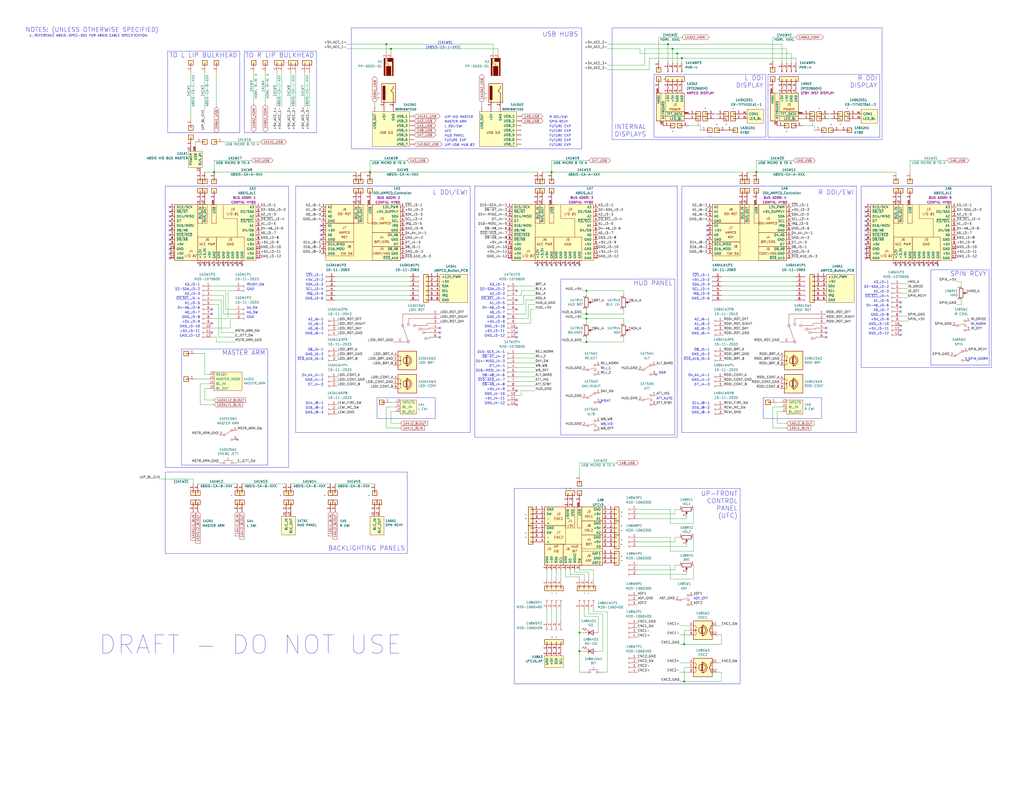
<source format=kicad_sch>
(kicad_sch (version 20230121) (generator eeschema)
  (paper "C")
  (title_block (title "OPENHORNET SYSTEM INTERCONNECT") (date "2023-05-21") (rev "-") (company "OPENHORNET.COM") (comment 1 "CC BY-NC-SA"))
  (junction (at 116.84 93.98))
  (junction (at 316.23 345.44))
  (junction (at 412.75 93.98))
  (junction (at 210.82 24.13))
  (junction (at 213.36 26.67))
  (junction (at 364.49 24.13))
  (junction (at 367.03 26.67))
  (junction (at 369.57 29.21))
  (junction (at 372.11 31.75))
  (junction (at 320.04 173.99))
  (junction (at 320.04 186.69))
  (junction (at 300.99 93.98))
  (junction (at 320.04 171.45))
  (junction (at 201.93 93.98))
  (junction (at 373.38 372.11))
  (junction (at 320.04 158.75))
  (junction (at 373.38 351.79))
  (junction (at 316.23 355.6))
  (no_connect (at 472.44 130.81))
  (no_connect (at 504.19 144.78))
  (no_connect (at 313.69 144.78))
  (no_connect (at 240.03 184.15))
  (no_connect (at 386.08 125.73))
  (no_connect (at 295.91 144.78))
  (no_connect (at 491.49 182.88))
  (no_connect (at 327.66 219.71))
  (no_connect (at 129.54 240.03))
  (no_connect (at 281.94 179.07))
  (no_connect (at 491.49 144.78))
  (no_connect (at 316.23 144.78))
  (no_connect (at 92.71 135.89))
  (no_connect (at 472.44 135.89))
  (no_connect (at 129.54 144.78))
  (no_connect (at 472.44 118.11))
  (no_connect (at 281.94 158.75))
  (no_connect (at 240.03 179.07))
  (no_connect (at 298.45 144.78))
  (no_connect (at 491.49 167.64))
  (no_connect (at 281.94 181.61))
  (no_connect (at 92.71 123.19))
  (no_connect (at 472.44 128.27))
  (no_connect (at 491.49 177.8))
  (no_connect (at 472.44 140.97))
  (no_connect (at 509.27 144.78))
  (no_connect (at 92.71 138.43))
  (no_connect (at 386.08 130.81))
  (no_connect (at 109.22 144.78))
  (no_connect (at 450.85 184.15))
  (no_connect (at 450.85 181.61))
  (no_connect (at 472.44 133.35))
  (no_connect (at 281.94 213.36))
  (no_connect (at 496.57 144.78))
  (no_connect (at 92.71 120.65))
  (no_connect (at 511.81 144.78))
  (no_connect (at 472.44 125.73))
  (no_connect (at 300.99 144.78))
  (no_connect (at 306.07 144.78))
  (no_connect (at 293.37 144.78))
  (no_connect (at 92.71 118.11))
  (no_connect (at 115.57 176.53))
  (no_connect (at 472.44 138.43))
  (no_connect (at 175.26 125.73))
  (no_connect (at 358.14 204.47))
  (no_connect (at 175.26 123.19))
  (no_connect (at 311.15 144.78))
  (no_connect (at 450.85 179.07))
  (no_connect (at 124.46 144.78))
  (no_connect (at 528.32 196.85))
  (no_connect (at 115.57 171.45))
  (no_connect (at 92.71 125.73))
  (no_connect (at 386.08 123.19))
  (no_connect (at 92.71 128.27))
  (no_connect (at 132.08 144.78))
  (no_connect (at 281.94 220.98))
  (no_connect (at 127 144.78))
  (no_connect (at 121.92 144.78))
  (no_connect (at 491.49 180.34))
  (no_connect (at 116.84 144.78))
  (no_connect (at 506.73 144.78))
  (no_connect (at 92.71 140.97))
  (no_connect (at 115.57 168.91))
  (no_connect (at 491.49 165.1))
  (no_connect (at 175.26 128.27))
  (no_connect (at 281.94 163.83))
  (no_connect (at 472.44 123.19))
  (no_connect (at 92.71 115.57))
  (no_connect (at 501.65 144.78))
  (no_connect (at 281.94 168.91))
  (no_connect (at 92.71 133.35))
  (no_connect (at 240.03 181.61))
  (no_connect (at 499.11 144.78))
  (no_connect (at 175.26 130.81))
  (no_connect (at 114.3 144.78))
  (no_connect (at 472.44 120.65))
  (no_connect (at 494.03 144.78))
  (no_connect (at 281.94 184.15))
  (no_connect (at 303.53 144.78))
  (no_connect (at 119.38 144.78))
  (no_connect (at 281.94 218.44))
  (no_connect (at 472.44 113.03))
  (no_connect (at 491.49 170.18))
  (no_connect (at 308.61 144.78))
  (no_connect (at 111.76 144.78))
  (no_connect (at 386.08 128.27))
  (no_connect (at 92.71 130.81))
  (no_connect (at 92.71 113.03))
  (no_connect (at 115.57 181.61))
  (no_connect (at 488.95 144.78))
  (no_connect (at 472.44 115.57))
  (wire (pts (xy 300.99 339.09) (xy 300.99 332.74)))
  (wire (pts (xy 295.91 93.98) (xy 300.99 93.98)))
  (wire (pts (xy 393.7 158.75) (xy 434.34 158.75)))
  (wire (pts (xy 365.76 285.75) (xy 365.76 278.13)))
  (wire (pts (xy 182.88 156.21) (xy 223.52 156.21)))
  (wire (pts (xy 368.3 293.37) (xy 368.3 295.91)))
  (wire (pts (xy 116.84 93.98) (xy 116.84 87.63)))
  (wire (pts (xy 316.23 355.6) (xy 318.77 355.6)))
  (wire (pts (xy 128.27 158.75) (xy 124.46 158.75)))
  (wire (pts (xy 111.76 39.37) (xy 111.76 59.69)))
  (wire (pts (xy 374.65 297.18) (xy 374.65 298.45)))
  (wire (pts (xy 269.24 24.13) (xy 210.82 24.13)))
  (polyline (pts (xy 259.08 238.76) (xy 369.57 238.76)))
  (wire (pts (xy 421.64 20.32) (xy 434.34 20.32)))
  (wire (pts (xy 370.84 367.03) (xy 375.92 367.03)))
  (polyline (pts (xy 356.87 40.64) (xy 356.87 74.93)))
  (wire (pts (xy 271.78 29.21) (xy 271.78 26.67)))
  (wire (pts (xy 389.89 62.23) (xy 391.16 62.23)))
  (wire (pts (xy 369.57 29.21) (xy 349.25 29.21)))
  (wire (pts (xy 331.47 38.1) (xy 354.33 38.1)))
  (wire (pts (xy 378.46 308.61) (xy 378.46 316.23)))
  (wire (pts (xy 281.94 198.12) (xy 292.1 198.12)))
  (wire (pts (xy 300.99 93.98) (xy 405.13 93.98)))
  (polyline (pts (xy 205.74 217.17) (xy 237.49 217.17)))
  (wire (pts (xy 393.7 151.13) (xy 434.34 151.13)))
  (polyline (pts (xy 133.35 72.39) (xy 133.35 27.94)))
  (polyline (pts (xy 417.83 74.93) (xy 417.83 40.64)))
  (wire (pts (xy 292.1 166.37) (xy 288.29 166.37)))
  (wire (pts (xy 316.23 367.03) (xy 318.77 367.03)))
  (wire (pts (xy 368.3 308.61) (xy 368.3 311.15)))
  (wire (pts (xy 375.92 364.49) (xy 373.38 364.49)))
  (wire (pts (xy 370.84 278.13) (xy 368.3 278.13)))
  (wire (pts (xy 434.34 31.75) (xy 372.11 31.75)))
  (wire (pts (xy 292.1 156.21) (xy 281.94 156.21)))
  (wire (pts (xy 340.36 173.99) (xy 320.04 173.99)))
  (polyline (pts (xy 90.17 302.26) (xy 222.25 302.26)))
  (wire (pts (xy 303.53 332.74) (xy 303.53 339.09)))
  (wire (pts (xy 365.76 293.37) (xy 347.98 293.37)))
  (polyline (pts (xy 368.3 237.49) (xy 306.07 237.49)))
  (wire (pts (xy 119.38 166.37) (xy 115.57 166.37)))
  (wire (pts (xy 182.88 153.67) (xy 223.52 153.67)))
  (wire (pts (xy 120.65 163.83) (xy 115.57 163.83)))
  (wire (pts (xy 262.89 55.88) (xy 262.89 58.42)))
  (wire (pts (xy 378.46 300.99) (xy 365.76 300.99)))
  (wire (pts (xy 111.76 204.47) (xy 114.3 204.47)))
  (wire (pts (xy 128.27 186.69) (xy 118.11 186.69)))
  (polyline (pts (xy 541.02 101.6) (xy 541.02 200.66)))
  (wire (pts (xy 391.16 64.77) (xy 389.89 64.77)))
  (wire (pts (xy 378.46 293.37) (xy 378.46 300.99)))
  (wire (pts (xy 367.03 26.67) (xy 429.26 26.67)))
  (polyline (pts (xy 91.44 72.39) (xy 130.81 72.39)))
  (wire (pts (xy 340.36 171.45) (xy 320.04 171.45)))
  (polyline (pts (xy 205.74 228.6) (xy 205.74 217.17)))
  (wire (pts (xy 340.36 186.69) (xy 340.36 184.15)))
  (wire (pts (xy 306.07 339.09) (xy 306.07 332.74)))
  (wire (pts (xy 365.76 278.13) (xy 347.98 278.13)))
  (wire (pts (xy 123.19 158.75) (xy 115.57 158.75)))
  (wire (pts (xy 281.94 200.66) (xy 292.1 200.66)))
  (wire (pts (xy 331.47 26.67) (xy 349.25 26.67)))
  (wire (pts (xy 308.61 314.96) (xy 308.61 311.15)))
  (wire (pts (xy 316.23 355.6) (xy 316.23 367.03)))
  (wire (pts (xy 340.36 176.53) (xy 340.36 173.99)))
  (wire (pts (xy 317.5 173.99) (xy 320.04 173.99)))
  (polyline (pts (xy 416.56 228.6) (xy 416.56 217.17)))
  (wire (pts (xy 496.57 93.98) (xy 496.57 87.63)))
  (wire (pts (xy 158.75 39.37) (xy 158.75 58.42)))
  (polyline (pts (xy 419.1 40.64) (xy 419.1 74.93)))
  (polyline (pts (xy 237.49 217.17) (xy 237.49 228.6)))
  (wire (pts (xy 182.88 161.29) (xy 223.52 161.29)))
  (wire (pts (xy 340.36 158.75) (xy 320.04 158.75)))
  (wire (pts (xy 124.46 158.75) (xy 124.46 173.99)))
  (polyline (pts (xy 334.01 15.24) (xy 334.01 76.2)))
  (wire (pts (xy 153.67 39.37) (xy 153.67 58.42)))
  (polyline (pts (xy 172.72 27.94) (xy 172.72 72.39)))
  (wire (pts (xy 367.03 34.29) (xy 367.03 26.67)))
  (wire (pts (xy 393.7 346.71) (xy 391.16 346.71)))
  (polyline (pts (xy 480.06 40.64) (xy 419.1 40.64)))
  (wire (pts (xy 412.75 93.98) (xy 412.75 87.63)))
  (wire (pts (xy 189.23 24.13) (xy 210.82 24.13)))
  (polyline (pts (xy 191.77 81.28) (xy 317.5 81.28)))
  (wire (pts (xy 111.76 212.09) (xy 114.3 212.09)))
  (wire (pts (xy 321.31 335.28) (xy 328.93 335.28)))
  (polyline (pts (xy 157.48 101.6) (xy 157.48 255.27)))
  (wire (pts (xy 368.3 278.13) (xy 368.3 280.67)))
  (wire (pts (xy 393.7 163.83) (xy 434.34 163.83)))
  (wire (pts (xy 421.64 233.68) (xy 429.26 233.68)))
  (wire (pts (xy 491.49 160.02) (xy 495.3 160.02)))
  (wire (pts (xy 218.44 231.14) (xy 213.36 231.14)))
  (wire (pts (xy 213.36 224.79) (xy 213.36 231.14)))
  (wire (pts (xy 424.18 224.79) (xy 424.18 231.14)))
  (polyline (pts (xy 372.11 101.6) (xy 372.11 236.22)))
  (polyline (pts (xy 99.06 190.5) (xy 146.05 190.5)))
  (wire (pts (xy 426.72 34.29) (xy 426.72 24.13)))
  (wire (pts (xy 300.99 93.98) (xy 300.99 87.63)))
  (wire (pts (xy 138.43 39.37) (xy 138.43 57.15)))
  (wire (pts (xy 281.94 203.2) (xy 292.1 203.2)))
  (wire (pts (xy 354.33 31.75) (xy 372.11 31.75)))
  (wire (pts (xy 521.97 166.37) (xy 524.51 166.37)))
  (wire (pts (xy 373.38 364.49) (xy 373.38 372.11)))
  (wire (pts (xy 359.41 33.02) (xy 359.41 20.32)))
  (wire (pts (xy 306.07 316.23) (xy 306.07 311.15)))
  (wire (pts (xy 292.1 168.91) (xy 289.56 168.91)))
  (wire (pts (xy 189.23 26.67) (xy 213.36 26.67)))
  (polyline (pts (xy 161.29 101.6) (xy 161.29 236.22)))
  (polyline (pts (xy 222.25 302.26) (xy 222.25 257.81)))
  (wire (pts (xy 354.33 31.75) (xy 354.33 38.1)))
  (wire (pts (xy 370.84 293.37) (xy 368.3 293.37)))
  (wire (pts (xy 375.92 341.63) (xy 370.84 341.63)))
  (wire (pts (xy 284.48 213.36) (xy 284.48 215.9)))
  (wire (pts (xy 491.49 175.26) (xy 495.3 175.26)))
  (wire (pts (xy 429.26 231.14) (xy 424.18 231.14)))
  (wire (pts (xy 374.65 283.21) (xy 347.98 283.21)))
  (wire (pts (xy 128.27 173.99) (xy 125.73 173.99)))
  (wire (pts (xy 116.84 87.63) (xy 137.16 87.63)))
  (wire (pts (xy 370.84 308.61) (xy 368.3 308.61)))
  (wire (pts (xy 281.94 195.58) (xy 292.1 195.58)))
  (wire (pts (xy 393.7 161.29) (xy 434.34 161.29)))
  (wire (pts (xy 316.23 259.08) (xy 316.23 252.73)))
  (wire (pts (xy 316.23 332.74) (xy 316.23 345.44)))
  (wire (pts (xy 311.15 313.69) (xy 311.15 311.15)))
  (wire (pts (xy 182.88 158.75) (xy 223.52 158.75)))
  (polyline (pts (xy 157.48 255.27) (xy 90.17 255.27)))
  (polyline (pts (xy 372.11 236.22) (xy 467.36 236.22)))
  (wire (pts (xy 393.7 372.11) (xy 393.7 367.03)))
  (wire (pts (xy 426.72 24.13) (xy 364.49 24.13)))
  (wire (pts (xy 111.76 93.98) (xy 116.84 93.98)))
  (wire (pts (xy 271.78 26.67) (xy 213.36 26.67)))
  (polyline (pts (xy 480.06 74.93) (xy 419.1 74.93)))
  (wire (pts (xy 300.99 316.23) (xy 300.99 311.15)))
  (wire (pts (xy 373.38 372.11) (xy 370.84 372.11)))
  (polyline (pts (xy 146.05 190.5) (xy 146.05 254)))
  (wire (pts (xy 121.92 161.29) (xy 115.57 161.29)))
  (wire (pts (xy 369.57 34.29) (xy 369.57 29.21)))
  (polyline (pts (xy 317.5 15.24) (xy 191.77 15.24)))
  (polyline (pts (xy 368.3 152.4) (xy 368.3 237.49)))
  (wire (pts (xy 119.38 184.15) (xy 119.38 166.37)))
  (wire (pts (xy 316.23 252.73) (xy 336.55 252.73)))
  (wire (pts (xy 109.22 220.98) (xy 116.84 220.98)))
  (wire (pts (xy 118.11 186.69) (xy 118.11 184.15)))
  (wire (pts (xy 382.27 68.58) (xy 382.27 71.12)))
  (wire (pts (xy 434.34 34.29) (xy 434.34 31.75)))
  (wire (pts (xy 106.68 207.01) (xy 114.3 207.01)))
  (polyline (pts (xy 539.75 199.39) (xy 508 199.39)))
  (wire (pts (xy 351.79 26.67) (xy 367.03 26.67)))
  (wire (pts (xy 201.93 87.63) (xy 222.25 87.63)))
  (polyline (pts (xy 539.75 147.32) (xy 539.75 199.39)))
  (polyline (pts (xy 90.17 255.27) (xy 90.17 101.6)))
  (wire (pts (xy 292.1 161.29) (xy 285.75 161.29)))
  (polyline (pts (xy 317.5 81.28) (xy 317.5 15.24)))
  (wire (pts (xy 320.04 171.45) (xy 320.04 168.91)))
  (polyline (pts (xy 469.9 200.66) (xy 469.9 101.6)))
  (wire (pts (xy 316.23 314.96) (xy 308.61 314.96)))
  (wire (pts (xy 106.68 80.01) (xy 106.68 77.47)))
  (wire (pts (xy 318.77 336.55) (xy 318.77 332.74)))
  (wire (pts (xy 393.7 156.21) (xy 434.34 156.21)))
  (wire (pts (xy 323.85 332.74) (xy 323.85 334.01)))
  (polyline (pts (xy 256.54 236.22) (xy 256.54 101.6)))
  (wire (pts (xy 368.3 295.91) (xy 347.98 295.91)))
  (polyline (pts (xy 99.06 254) (xy 99.06 190.5)))
  (polyline (pts (xy 416.56 217.17) (xy 448.31 217.17)))
  (polyline (pts (xy 130.81 27.94) (xy 91.44 27.94)))
  (polyline (pts (xy 508 147.32) (xy 539.75 147.32)))
  (wire (pts (xy 281.94 210.82) (xy 292.1 210.82)))
  (wire (pts (xy 393.7 153.67) (xy 434.34 153.67)))
  (wire (pts (xy 372.11 34.29) (xy 372.11 31.75)))
  (wire (pts (xy 326.39 345.44) (xy 326.39 336.55)))
  (wire (pts (xy 375.92 361.95) (xy 370.84 361.95)))
  (wire (pts (xy 320.04 184.15) (xy 320.04 186.69)))
  (wire (pts (xy 269.24 29.21) (xy 269.24 24.13)))
  (polyline (pts (xy 306.07 152.4) (xy 306.07 237.49)))
  (wire (pts (xy 213.36 224.79) (xy 215.9 224.79)))
  (wire (pts (xy 168.91 58.42) (xy 168.91 39.37)))
  (wire (pts (xy 364.49 34.29) (xy 364.49 24.13)))
  (wire (pts (xy 114.3 209.55) (xy 109.22 209.55)))
  (wire (pts (xy 284.48 161.29) (xy 281.94 161.29)))
  (wire (pts (xy 182.88 163.83) (xy 223.52 163.83)))
  (wire (pts (xy 125.73 179.07) (xy 115.57 179.07)))
  (wire (pts (xy 421.64 222.25) (xy 421.64 233.68)))
  (polyline (pts (xy 133.35 27.94) (xy 172.72 27.94)))
  (wire (pts (xy 431.8 29.21) (xy 369.57 29.21)))
  (wire (pts (xy 391.16 361.95) (xy 393.7 361.95)))
  (wire (pts (xy 491.49 157.48) (xy 495.3 157.48)))
  (wire (pts (xy 524.51 166.37) (xy 524.51 163.83)))
  (polyline (pts (xy 417.83 40.64) (xy 356.87 40.64)))
  (polyline (pts (xy 403.86 266.7) (xy 403.86 373.38)))
  (wire (pts (xy 491.49 154.94) (xy 495.3 154.94)))
  (polyline (pts (xy 306.07 152.4) (xy 368.3 152.4)))
  (wire (pts (xy 375.92 344.17) (xy 373.38 344.17)))
  (wire (pts (xy 393.7 351.79) (xy 393.7 346.71)))
  (wire (pts (xy 331.47 24.13) (xy 364.49 24.13)))
  (wire (pts (xy 182.88 264.16) (xy 204.47 264.16)))
  (wire (pts (xy 118.11 39.37) (xy 118.11 58.42)))
  (wire (pts (xy 292.1 163.83) (xy 287.02 163.83)))
  (wire (pts (xy 124.46 173.99) (xy 115.57 173.99)))
  (wire (pts (xy 116.84 93.98) (xy 194.31 93.98)))
  (wire (pts (xy 491.49 172.72) (xy 495.3 172.72)))
  (wire (pts (xy 121.92 77.47) (xy 142.24 77.47)))
  (wire (pts (xy 321.31 312.42) (xy 313.69 312.42)))
  (wire (pts (xy 382.27 68.58) (xy 375.92 68.58)))
  (wire (pts (xy 351.79 26.67) (xy 351.79 35.56)))
  (wire (pts (xy 213.36 219.71) (xy 215.9 219.71)))
  (polyline (pts (xy 259.08 101.6) (xy 259.08 238.76)))
  (wire (pts (xy 429.26 34.29) (xy 429.26 26.67)))
  (polyline (pts (xy 130.81 27.94) (xy 130.81 72.39)))
  (wire (pts (xy 316.23 345.44) (xy 316.23 355.6)))
  (wire (pts (xy 210.82 29.21) (xy 210.82 24.13)))
  (wire (pts (xy 298.45 332.74) (xy 298.45 339.09)))
  (polyline (pts (xy 91.44 27.94) (xy 91.44 72.39)))
  (polyline (pts (xy 90.17 257.81) (xy 90.17 302.26)))
  (wire (pts (xy 349.25 29.21) (xy 349.25 26.67)))
  (wire (pts (xy 292.1 158.75) (xy 284.48 158.75)))
  (wire (pts (xy 118.11 184.15) (xy 115.57 184.15)))
  (wire (pts (xy 196.85 93.98) (xy 201.93 93.98)))
  (polyline (pts (xy 369.57 101.6) (xy 369.57 238.76)))
  (wire (pts (xy 378.46 285.75) (xy 365.76 285.75)))
  (wire (pts (xy 491.49 162.56) (xy 495.3 162.56)))
  (wire (pts (xy 340.36 161.29) (xy 340.36 158.75)))
  (wire (pts (xy 393.7 367.03) (xy 391.16 367.03)))
  (wire (pts (xy 303.53 311.15) (xy 303.53 316.23)))
  (wire (pts (xy 116.84 218.44) (xy 111.76 218.44)))
  (wire (pts (xy 496.57 87.63) (xy 516.89 87.63)))
  (wire (pts (xy 318.77 313.69) (xy 318.77 316.23)))
  (wire (pts (xy 128.27 168.91) (xy 123.19 168.91)))
  (wire (pts (xy 107.95 264.16) (xy 129.54 264.16)))
  (wire (pts (xy 424.18 219.71) (xy 426.72 219.71)))
  (wire (pts (xy 125.73 173.99) (xy 125.73 179.07)))
  (wire (pts (xy 281.94 205.74) (xy 292.1 205.74)))
  (wire (pts (xy 111.76 193.04) (xy 111.76 204.47)))
  (wire (pts (xy 288.29 166.37) (xy 288.29 173.99)))
  (polyline (pts (xy 90.17 257.81) (xy 222.25 257.81)))
  (wire (pts (xy 328.93 335.28) (xy 328.93 355.6)))
  (wire (pts (xy 166.37 39.37) (xy 166.37 58.42)))
  (wire (pts (xy 524.51 153.67) (xy 521.97 153.67)))
  (polyline (pts (xy 334.01 15.24) (xy 481.33 15.24)))
  (wire (pts (xy 161.29 58.42) (xy 161.29 39.37)))
  (wire (pts (xy 453.39 64.77) (xy 452.12 64.77)))
  (wire (pts (xy 378.46 278.13) (xy 378.46 285.75)))
  (wire (pts (xy 331.47 334.01) (xy 331.47 367.03)))
  (wire (pts (xy 318.77 345.44) (xy 316.23 345.44)))
  (wire (pts (xy 365.76 300.99) (xy 365.76 293.37)))
  (wire (pts (xy 378.46 316.23) (xy 365.76 316.23)))
  (wire (pts (xy 328.93 355.6) (xy 326.39 355.6)))
  (wire (pts (xy 300.99 87.63) (xy 321.31 87.63)))
  (wire (pts (xy 323.85 311.15) (xy 323.85 316.23)))
  (wire (pts (xy 421.64 33.02) (xy 421.64 20.32)))
  (wire (pts (xy 373.38 351.79) (xy 393.7 351.79)))
  (wire (pts (xy 426.72 222.25) (xy 421.64 222.25)))
  (wire (pts (xy 281.94 193.04) (xy 292.1 193.04)))
  (polyline (pts (xy 417.83 74.93) (xy 356.87 74.93)))
  (wire (pts (xy 317.5 186.69) (xy 320.04 186.69)))
  (wire (pts (xy 128.27 181.61) (xy 120.65 181.61)))
  (wire (pts (xy 281.94 208.28) (xy 292.1 208.28)))
  (wire (pts (xy 111.76 212.09) (xy 111.76 218.44)))
  (wire (pts (xy 210.82 233.68) (xy 218.44 233.68)))
  (wire (pts (xy 320.04 158.75) (xy 317.5 158.75)))
  (polyline (pts (xy 90.17 101.6) (xy 157.48 101.6)))
  (wire (pts (xy 151.13 39.37) (xy 151.13 58.42)))
  (wire (pts (xy 123.19 168.91) (xy 123.19 158.75)))
  (wire (pts (xy 298.45 311.15) (xy 298.45 316.23)))
  (wire (pts (xy 128.27 156.21) (xy 115.57 156.21)))
  (wire (pts (xy 524.51 156.21) (xy 524.51 153.67)))
  (wire (pts (xy 374.65 313.69) (xy 347.98 313.69)))
  (wire (pts (xy 452.12 62.23) (xy 453.39 62.23)))
  (polyline (pts (xy 161.29 236.22) (xy 256.54 236.22)))
  (wire (pts (xy 320.04 173.99) (xy 320.04 176.53)))
  (wire (pts (xy 373.38 351.79) (xy 370.84 351.79)))
  (polyline (pts (xy 172.72 72.39) (xy 133.35 72.39)))
  (wire (pts (xy 365.76 308.61) (xy 347.98 308.61)))
  (wire (pts (xy 285.75 161.29) (xy 285.75 166.37)))
  (wire (pts (xy 128.27 171.45) (xy 121.92 171.45)))
  (wire (pts (xy 284.48 215.9) (xy 281.94 215.9)))
  (polyline (pts (xy 161.29 101.6) (xy 256.54 101.6)))
  (wire (pts (xy 368.3 280.67) (xy 347.98 280.67)))
  (wire (pts (xy 128.27 184.15) (xy 119.38 184.15)))
  (wire (pts (xy 316.23 311.15) (xy 323.85 311.15)))
  (polyline (pts (xy 259.08 101.6) (xy 369.57 101.6)))
  (wire (pts (xy 106.68 193.04) (xy 111.76 193.04)))
  (polyline (pts (xy 448.31 217.17) (xy 448.31 228.6)))
  (wire (pts (xy 331.47 367.03) (xy 328.93 367.03)))
  (wire (pts (xy 105.41 264.16) (xy 105.41 261.62)))
  (polyline (pts (xy 237.49 228.6) (xy 205.74 228.6)))
  (wire (pts (xy 316.23 316.23) (xy 316.23 314.96)))
  (wire (pts (xy 368.3 311.15) (xy 347.98 311.15)))
  (wire (pts (xy 359.41 20.32) (xy 372.11 20.32)))
  (wire (pts (xy 144.78 57.15) (xy 144.78 39.37)))
  (wire (pts (xy 444.5 68.58) (xy 438.15 68.58)))
  (wire (pts (xy 320.04 161.29) (xy 320.04 158.75)))
  (wire (pts (xy 340.36 168.91) (xy 340.36 171.45)))
  (wire (pts (xy 289.56 176.53) (xy 281.94 176.53)))
  (wire (pts (xy 373.38 372.11) (xy 393.7 372.11)))
  (wire (pts (xy 289.56 168.91) (xy 289.56 176.53)))
  (wire (pts (xy 201.93 93.98) (xy 201.93 87.63)))
  (wire (pts (xy 321.31 312.42) (xy 321.31 316.23)))
  (wire (pts (xy 288.29 173.99) (xy 281.94 173.99)))
  (wire (pts (xy 109.22 209.55) (xy 109.22 220.98)))
  (wire (pts (xy 287.02 163.83) (xy 287.02 171.45)))
  (wire (pts (xy 331.47 35.56) (xy 351.79 35.56)))
  (polyline (pts (xy 146.05 254) (xy 99.06 254)))
  (wire (pts (xy 317.5 171.45) (xy 320.04 171.45)))
  (wire (pts (xy 391.16 341.63) (xy 393.7 341.63)))
  (polyline (pts (xy 541.02 200.66) (xy 469.9 200.66)))
  (wire (pts (xy 370.84 346.71) (xy 375.92 346.71)))
  (wire (pts (xy 121.92 171.45) (xy 121.92 161.29)))
  (wire (pts (xy 287.02 171.45) (xy 281.94 171.45)))
  (wire (pts (xy 104.14 39.37) (xy 104.14 64.77)))
  (wire (pts (xy 407.67 93.98) (xy 412.75 93.98)))
  (polyline (pts (xy 467.36 236.22) (xy 467.36 101.6)))
  (wire (pts (xy 412.75 93.98) (xy 488.95 93.98)))
  (polyline (pts (xy 280.67 266.7) (xy 403.86 266.7)))
  (wire (pts (xy 323.85 334.01) (xy 331.47 334.01)))
  (wire (pts (xy 424.18 224.79) (xy 426.72 224.79)))
  (wire (pts (xy 318.77 313.69) (xy 311.15 313.69)))
  (polyline (pts (xy 469.9 101.6) (xy 541.02 101.6)))
  (polyline (pts (xy 481.33 15.24) (xy 481.33 76.2)))
  (polyline (pts (xy 480.06 74.93) (xy 480.06 40.64)))
  (wire (pts (xy 292.1 213.36) (xy 284.48 213.36)))
  (wire (pts (xy 444.5 68.58) (xy 444.5 71.12)))
  (wire (pts (xy 365.76 316.23) (xy 365.76 308.61)))
  (wire (pts (xy 132.08 264.16) (xy 156.21 264.16)))
  (wire (pts (xy 87.63 261.62) (xy 105.41 261.62)))
  (wire (pts (xy 285.75 166.37) (xy 281.94 166.37)))
  (wire (pts (xy 374.65 312.42) (xy 374.65 313.69)))
  (wire (pts (xy 326.39 336.55) (xy 318.77 336.55)))
  (wire (pts (xy 412.75 87.63) (xy 433.07 87.63)))
  (wire (pts (xy 373.38 344.17) (xy 373.38 351.79)))
  (wire (pts (xy 120.65 181.61) (xy 120.65 163.83)))
  (wire (pts (xy 374.65 298.45) (xy 347.98 298.45)))
  (wire (pts (xy 204.47 55.88) (xy 204.47 58.42)))
  (wire (pts (xy 182.88 151.13) (xy 223.52 151.13)))
  (wire (pts (xy 213.36 29.21) (xy 213.36 26.67)))
  (polyline (pts (xy 191.77 81.28) (xy 191.77 15.24)))
  (wire (pts (xy 321.31 332.74) (xy 321.31 335.28)))
  (wire (pts (xy 320.04 186.69) (xy 340.36 186.69)))
  (wire (pts (xy 313.69 312.42) (xy 313.69 311.15)))
  (polyline (pts (xy 280.67 373.38) (xy 280.67 266.7)))
  (wire (pts (xy 201.93 93.98) (xy 293.37 93.98)))
  (wire (pts (xy 158.75 264.16) (xy 180.34 264.16)))
  (wire (pts (xy 210.82 222.25) (xy 210.82 233.68)))
  (polyline (pts (xy 448.31 228.6) (xy 416.56 228.6)))
  (polyline (pts (xy 508 147.32) (xy 508 199.39)))
  (wire (pts (xy 374.65 281.94) (xy 374.65 283.21)))
  (wire (pts (xy 284.48 158.75) (xy 284.48 161.29)))
  (polyline (pts (xy 372.11 101.6) (xy 467.36 101.6)))
  (polyline (pts (xy 403.86 373.38) (xy 280.67 373.38)))
  (wire (pts (xy 431.8 34.29) (xy 431.8 29.21)))
  (wire (pts (xy 215.9 222.25) (xy 210.82 222.25)))
  (polyline (pts (xy 481.33 76.2) (xy 334.01 76.2)))
  (text "D15-SCK_J4-1" (at 275.59 193.04 0) (effects (font (size 1.27 1.27)) (justify right bottom)))
  (text "D2-SDA_J3-2" (at 109.22 158.75 0) (effects (font (size 1.27 1.27)) (justify right bottom)))
  (text "+5V_J3-2" (at 176.53 153.67 0) (effects (font (size 1.27 1.27)) (justify right bottom)))
  (text "REJ_1" (at 327.66 201.93 0) (effects (font (size 1.27 1.27)) (justify left bottom)))
  (text "SDA_J3-3" (at 176.53 156.21 0) (effects (font (size 1.27 1.27)) (justify right bottom)))
  (text "L DDI\nDISPLAY" (at 416.56 48.26 0) (effects (font (size 2.4892 2.4892)) (justify right bottom)))
  (text "+5V_J3-11" (at 485.14 180.34 0) (effects (font (size 1.27 1.27)) (justify right bottom)))
  (text "RDR" (at 359.41 204.47 0) (effects (font (size 1.27 1.27)) (justify left bottom)))
  (text "D14_J8-1" (at 176.53 220.98 0) (effects (font (size 1.27 1.27)) (justify right bottom)))
  (text "R DDI\nDISPLAY" (at 478.79 48.26 0) (effects (font (size 2.4892 2.4892)) (justify right bottom)))
  (text "SDA_J3-3" (at 387.35 156.21 0) (effects (font (size 1.27 1.27)) (justify right bottom)))
  (text "~{D3_SCL}_J3-4" (at 109.22 163.83 0) (effects (font (size 1.27 1.27)) (justify right bottom)))
  (text "~{D10}_A10_J5-3" (at 176.53 196.85 0) (effects (font (size 1.27 1.27)) (justify right bottom)))
  (text "A1_J6-2" (at 387.35 177.8 0) (effects (font (size 1.27 1.27)) (justify right bottom)))
  (text "A2_J6-1" (at 176.53 175.26 0) (effects (font (size 1.27 1.27)) (justify right bottom)))
  (text "D7_J4-4" (at 275.59 200.66 0) (effects (font (size 1.27 1.27)) (justify right bottom)))
  (text "IR_NORM" (at 529.59 177.8 0) (effects (font (size 1.27 1.27)) (justify left bottom)))
  (text "D14-MISO_J4-3" (at 275.59 198.12 0) (effects (font (size 1.27 1.27)) (justify right bottom)))
  (text "FUTURE EXP" (at 299.72 74.93 0) (effects (font (size 1.27 1.27)) (justify left bottom)))
  (text "D8_J5-1" (at 387.35 191.77 0) (effects (font (size 1.27 1.27)) (justify right bottom)))
  (text "GND_J3-8" (at 109.22 173.99 0) (effects (font (size 1.27 1.27)) (justify right bottom)))
  (text "A2_J3-3" (at 485.14 160.02 0) (effects (font (size 1.27 1.27)) (justify right bottom)))
  (text "GND_J3-6" (at 176.53 163.83 0) (effects (font (size 1.27 1.27)) (justify right bottom)))
  (text "D8_J5-1" (at 176.53 191.77 0) (effects (font (size 1.27 1.27)) (justify right bottom)))
  (text "A0_J3-7" (at 275.59 171.45 0) (effects (font (size 1.27 1.27)) (justify right bottom)))
  (text "GND_J3-10" (at 485.14 177.8 0) (effects (font (size 1.27 1.27)) (justify right bottom)))
  (text "A3_J3-1" (at 109.22 156.21 0) (effects (font (size 1.27 1.27)) (justify right bottom)))
  (text "~{D10-A10}_J4-7" (at 275.59 208.28 0) (effects (font (size 1.27 1.27)) (justify right bottom)))
  (text "A1_J6-2" (at 176.53 177.8 0) (effects (font (size 1.27 1.27)) (justify right bottom)))
  (text "GND_J6-4" (at 176.53 182.88 0) (effects (font (size 1.27 1.27)) (justify right bottom)))
  (text "~{D3_SCL}_J3-4" (at 275.59 163.83 0) (effects (font (size 1.27 1.27)) (justify right bottom)))
  (text "A3_J3-1" (at 275.59 156.21 0) (effects (font (size 1.27 1.27)) (justify right bottom)))
  (text "+5V_J4-9" (at 275.59 213.36 0) (effects (font (size 1.27 1.27)) (justify right bottom)))
  (text "D16_J8-2" (at 176.53 223.52 0) (effects (font (size 1.27 1.27)) (justify right bottom)))
  (text "HUD PANEL" (at 367.03 156.21 0) (effects (font (size 2.4892 2.4892)) (justify right bottom)))
  (text "BACKLIGHTING PANELS" (at 179.07 300.99 0) (effects (font (size 2.4892 2.4892)) (justify left bottom)))
  (text "FUTURE EXP" (at 242.57 77.47 0) (effects (font (size 1.27 1.27)) (justify left bottom)))
  (text "GND_J4-2" (at 387.35 208.28 0) (effects (font (size 1.27 1.27)) (justify right bottom)))
  (text "GND_J3-10" (at 109.22 179.07 0) (effects (font (size 1.27 1.27)) (justify right bottom)))
  (text "GND_J6-4" (at 387.35 182.88 0) (effects (font (size 1.27 1.27)) (justify right bottom)))
  (text "D4_A4_J4-1" (at 176.53 205.74 0) (effects (font (size 1.27 1.27)) (justify right bottom)))
  (text "D4-A6_J3-6" (at 485.14 167.64 0) (effects (font (size 1.27 1.27)) (justify right bottom)))
  (text "GND_J4-2" (at 176.53 208.28 0) (effects (font (size 1.27 1.27)) (justify right bottom)))
  (text "D4_A4_J4-1" (at 387.35 205.74 0) (effects (font (size 1.27 1.27)) (justify right bottom)))
  (text "D4-A6_J3-6" (at 109.22 168.91 0) (effects (font (size 1.27 1.27)) (justify right bottom)))
  (text "~{12V}_J3-1" (at 387.35 151.13 0) (effects (font (size 1.27 1.27)) (justify right bottom)))
  (text "A2_J6-1" (at 387.35 175.26 0) (effects (font (size 1.27 1.27)) (justify right bottom)))
  (text "UFC" (at 242.57 72.39 0) (effects (font (size 1.27 1.27)) (justify left bottom)))
  (text "GND_J3-10" (at 275.59 179.07 0) (effects (font (size 1.27 1.27)) (justify right bottom)))
  (text "SPIN RCVY" (at 299.72 67.31 0) (effects (font (size 1.27 1.27)) (justify left bottom)))
  (text "HUD PANEL" (at 242.57 74.93 0) (effects (font (size 1.27 1.27)) (justify left bottom)))
  (text "L DDI/EWI" (at 242.57 69.85 0) (effects (font (size 1.27 1.27)) (justify left bottom)))
  (text "~{D3_SCL}_J3-4" (at 485.14 162.56 0) (effects (font (size 1.27 1.27)) (justify right bottom)))
  (text "WB_VID" (at 327.66 232.41 0) (effects (font (size 1.27 1.27)) (justify left bottom)))
  (text "UIP HID MASTER" (at 242.57 64.77 0) (effects (font (size 1.27 1.27)) (justify left bottom)))
  (text "A0_J6-3" (at 176.53 180.34 0) (effects (font (size 1.27 1.27)) (justify right bottom)))
  (text "AG_SW" (at 134.62 171.45 0) (effects (font (size 1.27 1.27)) (justify left bottom)))
  (text "A0_J6-3" (at 387.35 180.34 0) (effects (font (size 1.27 1.27)) (justify right bottom)))
  (text "D16_J8-2" (at 387.35 223.52 0) (effects (font (size 1.27 1.27)) (justify right bottom)))
  (text "(1A1W5)" (at 238.76 24.13 0) (effects (font (size 1.27 1.27)) (justify left bottom)))
  (text "ADF_OFF" (at 378.46 327.66 0) (effects (font (size 1.27 1.27)) (justify left bottom)))
  (text "TO L LIP BULKHEAD" (at 129.54 31.75 0) (effects (font (size 2.4892 2.4892)) (justify right bottom)))
  (text "D14_J8-1" (at 387.35 220.98 0) (effects (font (size 1.27 1.27)) (justify right bottom)))
  (text "SPIN_NORM" (at 528.32 196.85 0) (effects (font (size 1.27 1.27)) (justify left bottom)))
  (text "~{D10}_A10_J5-3" (at 387.35 196.85 0) (effects (font (size 1.27 1.27)) (justify right bottom)))
  (text "A2_J3-3" (at 109.22 161.29 0) (effects (font (size 1.27 1.27)) (justify right bottom)))
  (text "+5V_J4-11" (at 275.59 218.44 0) (effects (font (size 1.27 1.27)) (justify right bottom)))
  (text "GND_J3-12" (at 275.59 184.15 0) (effects (font (size 1.27 1.27)) (justify right bottom)))
  (text "A0_J3-7" (at 485.14 170.18 0) (effects (font (size 1.27 1.27)) (justify right bottom)))
  (text "GND_J4-10" (at 275.59 215.9 0) (effects (font (size 1.27 1.27)) (justify right bottom)))
  (text "+5V_J3-11" (at 109.22 181.61 0) (effects (font (size 1.27 1.27)) (justify right bottom)))
  (text "ATT_AUTO" (at 358.14 218.44 0) (effects (font (size 1.27 1.27)) (justify left bottom)))
  (text "+5V_J3-9" (at 275.59 176.53 0) (effects (font (size 1.27 1.27)) (justify right bottom)))
  (text "D16-MOSI_J4-5" (at 275.59 203.2 0) (effects (font (size 1.27 1.27)) (justify right bottom)))
  (text "MASTER ARM" (at 144.78 194.31 0) (effects (font (size 2.4892 2.4892)) (justify right bottom)))
  (text "A1_J3-5" (at 275.59 166.37 0) (effects (font (size 1.27 1.27)) (justify right bottom)))
  (text "IRQ_J3-5" (at 387.35 161.29 0) (effects (font (size 1.27 1.27)) (justify right bottom)))
  (text "(ABSIS-CA-J-XXX)" (at 232.41 26.67 0) (effects (font (size 1.27 1.27)) (justify left bottom)))
  (text "FUTURE EXP" (at 299.72 77.47 0) (effects (font (size 1.27 1.27)) (justify left bottom)))
  (text "SPIN RCVY" (at 538.48 151.13 0) (effects (font (size 2.4892 2.4892)) (justify right bottom)))
  (text "NOTES: (UNLESS OTHERWISE SPECIFIED)\n" (at 13.97 17.78 0) (effects (font (size 2.3876 2.3876)) (justify left bottom)))
  (text "GND_J3-12" (at 485.14 182.88 0) (effects (font (size 1.27 1.27)) (justify right bottom)))
  (text "A1_J3-5" (at 485.14 165.1 0) (effects (font (size 1.27 1.27)) (justify right bottom)))
  (text "D4-A6_J3-6" (at 275.59 168.91 0) (effects (font (size 1.27 1.27)) (justify right bottom)))
  (text "+5V_J3-9" (at 109.22 176.53 0) (effects (font (size 1.27 1.27)) (justify right bottom)))
  (text "+5V_J3-9" (at 485.14 175.26 0) (effects (font (size 1.27 1.27)) (justify right bottom)))
  (text "GND_J3-12" (at 109.22 184.15 0) (effects (font (size 1.27 1.27)) (justify right bottom)))
  (text "GND" (at 134.62 158.75 0) (effects (font (size 1.27 1.27)) (justify left bottom)))
  (text "USB HUBS" (at 295.91 20.32 0) (effects (font (size 2.4892 2.4892)) (justify left bottom)))
  (text "DRAFT - DO NOT USE" (at 219.71 358.14 0) (effects (font (size 10.0076 10.0076)) (justify right bottom)))
  (text "GND_J5-2" (at 176.53 194.31 0) (effects (font (size 1.27 1.27)) (justify right bottom)))
  (text "UP-FRONT\nCONTROL\nPANEL\n(UFC)" (at 402.59 283.21 0) (effects (font (size 2.4892 2.4892)) (justify right bottom)))
  (text "L DDI/EWI" (at 255.27 106.68 0) (effects (font (size 2.4892 2.4892)) (justify right bottom)))
  (text "  1. REFERENCE ABSIS-SPEC-001 FOR ABSIS CABLE SPECIFICATION." (at 13.97 20.32 0) (effects (font (size 1.27 1.27)) (justify left bottom)))
  (text "GND" (at 134.62 173.99 0) (effects (font (size 1.27 1.27)) (justify left bottom)))
  (text "D7_J4-3" (at 176.53 210.82 0) (effects (font (size 1.27 1.27)) (justify right bottom)))
  (text "R DDI/EWI" (at 299.72 64.77 0) (effects (font (size 1.27 1.27)) (justify left bottom)))
  (text "A0_J3-7" (at 109.22 171.45 0) (effects (font (size 1.27 1.27)) (justify right bottom)))
  (text "TO R LIP BULKHEAD" (at 171.45 31.75 0) (effects (font (size 2.4892 2.4892)) (justify right bottom)))
  (text "~{12V}_J3-1" (at 176.53 151.13 0) (effects (font (size 1.27 1.27)) (justify right bottom)))
  (text "GND_J8-3" (at 387.35 226.06 0) (effects (font (size 1.27 1.27)) (justify right bottom)))
  (text "GND_J8-3" (at 176.53 226.06 0) (effects (font (size 1.27 1.27)) (justify right bottom)))
  (text "D7_J4-3" (at 387.35 210.82 0) (effects (font (size 1.27 1.27)) (justify right bottom)))
  (text "GND_J3-6" (at 387.35 163.83 0) (effects (font (size 1.27 1.27)) (justify right bottom)))
  (text "READY_SW" (at 134.62 156.21 0) (effects (font (size 1.27 1.27)) (justify left bottom)))
  (text "~{D9-A9}_J4-8" (at 275.59 210.82 0) (effects (font (size 1.27 1.27)) (justify right bottom)))
  (text "GND_J3-8" (at 275.59 173.99 0) (effects (font (size 1.27 1.27)) (justify right bottom)))
  (text "FUTURE EXP" (at 299.72 80.01 0) (effects (font (size 1.27 1.27)) (justify left bottom)))
  (text "D2-SDA_J3-2" (at 485.14 157.48 0) (effects (font (size 1.27 1.27)) (justify right bottom)))
  (text "A2_J3-3" (at 275.59 161.29 0) (effects (font (size 1.27 1.27)) (justify right bottom)))
  (text "+5V_J3-2" (at 387.35 153.67 0) (effects (font (size 1.27 1.27)) (justify right bottom)))
  (text "MASTER ARM" (at 242.57 67.31 0) (effects (font (size 1.27 1.27)) (justify left bottom)))
  (text "GND_J4-12" (at 275.59 220.98 0) (effects (font (size 1.27 1.27)) (justify right bottom)))
  (text "D8-A8_J4-6" (at 275.59 205.74 0) (effects (font (size 1.27 1.27)) (justify right bottom)))
  (text "INTERNAL\nDISPLAYS" (at 335.28 74.93 0) (effects (font (size 2.4892 2.4892)) (justify left bottom)))
  (text "FUTURE EXP" (at 299.72 69.85 0) (effects (font (size 1.27 1.27)) (justify left bottom)))
  (text "D2-SDA_J3-2" (at 275.59 158.75 0) (effects (font (size 1.27 1.27)) (justify right bottom)))
  (text "+5V_J3-11" (at 275.59 181.61 0) (effects (font (size 1.27 1.27)) (justify right bottom)))
  (text "GND_J5-2" (at 387.35 194.31 0) (effects (font (size 1.27 1.27)) (justify right bottom)))
  (text "UIP USB HUB #2" (at 242.57 80.01 0) (effects (font (size 1.27 1.27)) (justify left bottom)))
  (text "GND_J3-8" (at 485.14 172.72 0) (effects (font (size 1.27 1.27)) (justify right bottom)))
  (text "R DDI/EWI" (at 466.09 106.68 0) (effects (font (size 2.4892 2.4892)) (justify right bottom)))
  (text "AA_SW" (at 134.62 168.91 0) (effects (font (size 1.27 1.27)) (justify left bottom)))
  (text "SCL_J3-4" (at 176.53 158.75 0) (effects (font (size 1.27 1.27)) (justify right bottom)))
  (text "SCL_J3-4" (at 387.35 158.75 0) (effects (font (size 1.27 1.27)) (justify right bottom)))
  (text "IRQ_J3-5" (at 176.53 161.29 0) (effects (font (size 1.27 1.27)) (justify right bottom)))
  (text "NIGHT" (at 327.66 219.71 0) (effects (font (size 1.27 1.27)) (justify left bottom)))
  (text "~{D6-A7}_J4-2" (at 275.59 195.58 0) (effects (font (size 1.27 1.27)) (justify right bottom)))
  (text "A3_J3-1" (at 485.14 154.94 0) (effects (font (size 1.27 1.27)) (justify right bottom)))
  (text "A1_J3-5" (at 109.22 166.37 0) (effects (font (size 1.27 1.27)) (justify right bottom)))
  (text "FUTURE EXP" (at 299.72 72.39 0) (effects (font (size 1.27 1.27)) (justify left bottom)))
  (label "LDDI_ROT_OFF" (at 240.03 171.45 0))
  (label "GND_J5-2" (at 431.8 138.43 0))
  (label "REWI_GND" (at 394.97 226.06 0))
  (label "E_JETT_SW" (at 128.27 184.15 0))
  (label "A0_J3-7" (at 521.97 128.27 0))
  (label "+5V_J3-11" (at 142.24 138.43 0))
  (label "LDDI_BRT_A" (at 184.15 191.77 0))
  (label "IR_ORIDE" (at 529.59 175.26 0))
  (label "SPIN_+5V" (at 521.97 153.67 180))
  (label "+5V_ACC_2-" (at 161.29 58.42 270))
  (label "IRQ_J3-5" (at 220.98 123.19 0))
  (label "BRT_A" (at 292.1 156.21 0))
  (label "A0_J6-3" (at 386.08 118.11 180))
  (label "GND_J4-2" (at 431.8 130.81 0))
  (label "RDDI_BRT_GND" (at 425.45 196.85 180))
  (label "RDDI_CONT_A" (at 394.97 205.74 0))
  (label "ADF1" (at 347.98 325.12 0))
  (label "MSTR_ARM_SW" (at 128.27 181.61 0))
  (label "ALT_BARO" (at 358.14 199.39 0))
  (label "HUD_+5V" (at 317.5 158.75 180))
  (label "RDDI_BRT_GND" (at 394.97 194.31 0))
  (label "LDDI_BRT_GND" (at 214.63 196.85 180))
  (label "SCL_J3-4" (at 431.8 120.65 0))
  (label "LDDI_ROT_DAY" (at 184.15 180.34 0))
  (label "GND_J3-10" (at 142.24 135.89 0))
  (label "+5V_J3-2" (at 220.98 115.57 0))
  (label "D16_J8-2" (at 175.26 135.89 180))
  (label "D2-SDA_J3-2" (at 326.39 115.57 0))
  (label "IRQ_J3-5" (at 431.8 123.19 0))
  (label "LEWI_GND" (at 184.15 226.06 0))
  (label "A2_J3-3" (at 142.24 118.11 0))
  (label "HUD_A_GND" (at 317.5 171.45 180))
  (label "A0_J3-7" (at 326.39 128.27 0))
  (label "GND_J3-6" (at 220.98 125.73 0))
  (label "ADF2" (at 378.46 330.2 0))
  (label "A3_J3-1" (at 521.97 113.03 0))
  (label "MSTR_ARM_GND" (at 119.38 237.49 180))
  (label "ENC1+" (at 347.98 347.98 0))
  (label "+5V_J3-9" (at 142.24 133.35 0))
  (label "ENC2-" (at 370.84 367.03 180))
  (label "+5V_ACC_3+" (at 331.47 35.56 180))
  (label "D14-MISO_J4-3" (at 276.86 118.11 180))
  (label "MSTR_ARM_GND" (at 119.38 252.73 180))
  (label "GND_J4-10" (at 276.86 135.89 180))
  (label "UIP_BL_CH1" (at 87.63 261.62 180))
  (label "RDDI_ROT_OFF" (at 450.85 171.45 0))
  (label "ENC1_GND" (at 347.98 340.36 0))
  (label "+5V_J4-11" (at 276.86 138.43 180))
  (label "ATT_INS" (at 292.1 208.28 0))
  (label "D16-MOSI_J4-5" (at 276.86 123.19 180))
  (label "A3_J3-1" (at 326.39 113.03 0))
  (label "D2-SDA_J3-2" (at 521.97 115.57 0))
  (label "~{D3_SCL}_J3-4" (at 142.24 120.65 0))
  (label "ENC2_GND" (at 347.98 359.41 0))
  (label "RDDI_CONT_A" (at 425.45 207.01 180))
  (label "REWI_FIRE_SW" (at 394.97 220.98 0))
  (label "ENC1_SW" (at 347.98 342.9 0))
  (label "LDDI_BRT_B" (at 184.15 196.85 0))
  (label "RDDI_BRT_B" (at 394.97 196.85 0))
  (label "D8-A8_J4-6" (at 276.86 125.73 180))
  (label "~{12V}_J3-1" (at 431.8 113.03 0))
  (label "+5V_ACC_2+" (at 158.75 58.42 270))
  (label "DAY_SW" (at 327.66 214.63 0))
  (label "~{D10}_A10_J5-3" (at 431.8 140.97 0))
  (label "WB_WB" (at 292.1 200.66 0))
  (label "LDDI_ROT_OFF" (at 184.15 175.26 0))
  (label "REJ_NORM" (at 327.66 199.39 0))
  (label "D14_J8-1" (at 175.26 133.35 180))
  (label "D4_A4_J4-1" (at 220.98 128.27 0))
  (label "RDDI_CONT_GND" (at 394.97 208.28 0))
  (label "WB_OFF" (at 327.66 234.95 0))
  (label "GND_J4-12" (at 276.86 140.97 180))
  (label "BAL_A" (at 292.1 161.29 0))
  (label "ADF2" (at 347.98 330.2 0))
  (label "D4-A6_J3-6" (at 142.24 125.73 0))
  (label "REJ_2" (at 292.1 195.58 0))
  (label "RDDI_BRT_B" (at 425.45 199.39 180))
  (label "WB_WB" (at 327.66 229.87 0))
  (label "HUD_GND" (at 317.5 232.41 180))
  (label "SPIN_GND" (at 495.3 172.72 0))
  (label "REJ_NORM" (at 292.1 193.04 0))
  (label "RDDI_ROT_NIGHT" (at 394.97 177.8 0))
  (label "D14_J8-1" (at 386.08 133.35 180))
  (label "A1_J6-2" (at 386.08 115.57 180))
  (label "D4-A6_J3-6" (at 326.39 125.73 0))
  (label "LDDI_CONT_A" (at 214.63 207.01 180))
  (label "RDDI_ROT_GND" (at 425.45 186.69 180))
  (label "RDDI_CONT_B" (at 394.97 210.82 0))
  (label "LDDI_BRT_GND" (at 184.15 194.31 0))
  (label "ENC1_GND" (at 370.84 351.79 180))
  (label "RDDI_ROT_DAY" (at 450.85 176.53 0))
  (label "A1_J6-2" (at 175.26 115.57 180))
  (label "A1_J3-5" (at 521.97 123.19 0))
  (label "GND_J3-12" (at 521.97 140.97 0))
  (label "~{D10-A10}_J4-7" (at 276.86 128.27 180))
  (label "ENC2_GND" (at 370.84 372.11 180))
  (label "SCL_J3-4" (at 220.98 120.65 0))
  (label "ENC1-" (at 370.84 346.71 180))
  (label "RDDI_BRT_A" (at 425.45 194.31 180))
  (label "+5V_J4-9" (at 276.86 133.35 180))
  (label "+5V_ACC_1+" (at 151.13 58.42 270))
  (label "ENC1-" (at 347.98 345.44 0))
  (label "A0_J6-3" (at 175.26 118.11 180))
  (label "HUD_GND" (at 347.98 218.44 180))
  (label "~{D3_SCL}_J3-4" (at 326.39 120.65 0))
  (label "+5V_ACC_1-" (at 189.23 26.67 180))
  (label "SPIN_GND" (at 521.97 166.37 180))
  (label "LDDI_ROT_DAY" (at 240.03 176.53 0))
  (label "~{D10}_A10_J5-3" (at 220.98 140.97 0))
  (label "BRT_A" (at 323.85 165.1 0))
  (label "ADF1" (at 378.46 325.12 0))
  (label "+5V_ACC_1+" (at 189.23 24.13 180))
  (label "BLK_A" (at 292.1 158.75 0))
  (label "ENC2+" (at 370.84 361.95 180))
  (label "LDDI_ROT_NIGHT" (at 184.15 177.8 0))
  (label "+5V_J3-11" (at 326.39 138.43 0))
  (label "LDDI_ROT_GND" (at 184.15 182.88 0))
  (label "GND_J8-3" (at 175.26 138.43 180))
  (label "ALT_BARO" (at 292.1 205.74 0))
  (label "LEWI_FIRE_SW" (at 184.15 220.98 0))
  (label "HMD_A" (at 528.32 160.02 0))
  (label "A0_J3-7" (at 142.24 128.27 0))
  (label "LDDI_CONT_B" (at 214.63 212.09 180))
  (label "D8_J5-1" (at 431.8 135.89 0))
  (label "+5V_ACC_3-" (at 168.91 58.42 270))
  (label "ENC2_SW" (at 393.7 361.95 0))
  (label "IR_ORIDE" (at 495.3 157.48 0))
  (label "SPIN_GND" (at 518.16 194.31 180))
  (label "A2_J6-1" (at 386.08 113.03 180))
  (label "RDDI_ROT_NIGHT" (at 450.85 173.99 0))
  (label "GND_J3-6" (at 431.8 125.73 0))
  (label "AOA_A" (at 292.1 163.83 0))
  (label "MSTR_ARM_GND" (at 128.27 186.69 0))
  (label "+5V_J3-11" (at 521.97 138.43 0))
  (label "RDDI_ROT_DAY" (at 394.97 180.34 0))
  (label "HUD_GND" (at 347.98 201.93 180))
  (label "MSTR_ARM_SW" (at 129.54 234.95 0))
  (label "+5V_J3-9" (at 326.39 133.35 0))
  (label "ENC1+" (at 370.84 341.63 180))
  (label "GND_J6-4" (at 386.08 120.65 180))
  (label "ENC2-" (at 347.98 364.49 0))
  (label "D8_J5-1" (at 220.98 135.89 0))
  (label "D15-SCK_J4-1" (at 276.86 113.03 180))
  (label "GND_J3-8" (at 142.24 130.81 0))
  (label "LDDI_ROT_NIGHT" (at 240.03 173.99 0))
  (label "D7_J4-4" (at 276.86 120.65 180))
  (label "ENC2+" (at 347.98 367.03 0))
  (label "SPIN_RCVY" (at 495.3 162.56 0))
  (label "ENC1_SW" (at 393.7 341.63 0))
  (label "SDA_J3-3" (at 220.98 118.11 0))
  (label "ENC2_SW" (at 347.98 361.95 0))
  (label "IR_OFF" (at 529.59 180.34 0))
  (label "GND_J4-2" (at 220.98 130.81 0))
  (label "GND_J3-10" (at 326.39 135.89 0))
  (label "LDDI_BRT_A" (at 214.63 194.31 180))
  (label "GND_J3-12" (at 142.24 140.97 0))
  (label "LDDI_CONT_B" (at 184.15 210.82 0))
  (label "ATT_STBY" (at 358.14 220.98 0))
  (label "A2_J6-1" (at 175.26 113.03 180))
  (label "D2-SDA_J3-2" (at 142.24 115.57 0))
  (label "RDDI_BRT_A" (at 394.97 191.77 0))
  (label "HUD_+5V" (at 317.5 173.99 180))
  (label "AOA_A" (at 344.17 180.34 0))
  (label "~{D3_SCL}_J3-4" (at 521.97 120.65 0))
  (label "RDDI_CONT_GND" (at 425.45 209.55 180))
  (label "LDDI_BRT_B" (at 214.63 199.39 180))
  (label "D7_J4-3" (at 220.98 133.35 0))
  (label "LEWI_MC_SW" (at 184.15 223.52 0))
  (label "ATT_STBY" (at 292.1 210.82 0))
  (label "HUD_A_GND" (at 292.1 166.37 0))
  (label "D4_A4_J4-1" (at 431.8 128.27 0))
  (label "WB_OFF" (at 292.1 203.2 0))
  (label "~{D9-A9}_J4-8" (at 276.86 130.81 180))
  (label "A1_J3-5" (at 326.39 123.19 0))
  (label "RDDI_ROT_GND" (at 394.97 182.88 0))
  (label "SPIN_+5V" (at 495.3 175.26 0))
  (label "LDDI_CONT_GND" (at 184.15 208.28 0))
  (label "D16_J8-2" (at 386.08 135.89 180))
  (label "HUD_A_GND" (at 317.5 186.69 180))
  (label "BLK_A" (at 344.17 165.1 0))
  (label "RDDI_CONT_B" (at 425.45 212.09 180))
  (label "LDDI_CONT_A" (at 184.15 205.74 0))
  (label "GND_J6-4" (at 175.26 120.65 180))
  (label "+5V_ACC_3+" (at 166.37 58.42 270))
  (label "GND_J5-2" (at 220.98 138.43 0))
  (label "GND_J3-8" (at 326.39 130.81 0))
  (label "HUD_GND" (at 317.5 201.93 180))
  (label "SDA_J3-3" (at 431.8 118.11 0))
  (label "+5V_ACC_2-" (at 331.47 26.67 180))
  (label "A3_J3-1" (at 142.24 113.03 0))
  (label "A1_J3-5" (at 142.24 123.19 0))
  (label "+5V_ACC_1-" (at 153.67 58.42 270))
  (label "DAY_SW" (at 292.1 198.12 0))
  (label "ADF_GND" (at 347.98 327.66 0))
  (label "UIP_BL_CH1" (at 111.76 59.69 270))
  (label "ADF_GND" (at 368.3 327.66 180))
  (label "LDDI_CONT_GND" (at 214.63 209.55 180))
  (label "RDDI_ROT_OFF" (at 394.97 175.26 0))
  (label "SPIN_RCVY" (at 528.32 191.77 0))
  (label "IR_OFF" (at 495.3 160.02 0))
  (label "+5V_ACC_3-" (at 331.47 38.1 180))
  (label "GND_J3-12" (at 326.39 140.97 0))
  (label "HUD_+5V" (at 292.1 168.91 0))
  (label "HMD_A" (at 495.3 154.94 0))
  (label "HUD_GND" (at 292.1 213.36 0))
  (label "ATT_INS" (at 358.14 215.9 0))
  (label "~{D6-A7}_J4-2" (at 276.86 115.57 180))
  (label "+5V_J3-9" (at 521.97 133.35 0))
  (label "A2_J3-3" (at 326.39 118.11 0))
  (label "+5V_J3-2" (at 431.8 115.57 0))
  (label "GND_J8-3" (at 386.08 138.43 180))
  (label "SPIN_GND" (at 519.43 177.8 180))
  (label "REWI_MC_SW" (at 394.97 223.52 0))
  (label "D4-A6_J3-6" (at 521.97 125.73 0))
  (label "~{12V}_J3-1" (at 220.98 113.03 0))
  (label "HUD_GND" (at 317.5 217.17 180))
  (label "+5V_ACC_2+" (at 331.47 24.13 180))
  (label "A2_J3-3" (at 521.97 118.11 0))
  (label "BAL_A" (at 323.85 180.34 0))
  (label "E_JETT_SW" (at 129.54 252.73 0))
  (label "GND_J3-8" (at 521.97 130.81 0))
  (label "REJ_2" (at 327.66 204.47 0))
  (label "LDDI_ROT_GND" (at 214.63 186.69 180))
  (label "GND_J3-10" (at 521.97 135.89 0))
  (label "D7_J4-3" (at 431.8 133.35 0))
  (global_label "1A3A2_HDMI" (shape bidirectional) (at 138.43 57.15 270) (property "Intersheetrefs" "${INTERSHEET_REFS}" (effects hide)))
  (global_label "1A8_USB" (shape bidirectional) (at 226.06 71.12 0) (property "Intersheetrefs" "${INTERSHEET_REFS}" (effects hide)))
  (global_label "1A7_USB" (shape bidirectional) (at 321.31 87.63 0) (property "Intersheetrefs" "${INTERSHEET_REFS}" (effects hide)))
  (global_label "1A6_USB" (shape bidirectional) (at 284.48 66.04 0) (property "Intersheetrefs" "${INTERSHEET_REFS}" (effects hide)))
  (global_label "1A1A1_USB" (shape bidirectional) (at 226.06 63.5 0) (property "Intersheetrefs" "${INTERSHEET_REFS}" (effects hide)))
  (global_label "1A9A2_HDMI" (shape bidirectional) (at 144.78 57.15 270) (property "Intersheetrefs" "${INTERSHEET_REFS}" (effects hide)))
  (global_label "2A9A1_USB" (shape bidirectional) (at 118.11 58.42 270) (property "Intersheetrefs" "${INTERSHEET_REFS}" (effects hide)))
  (global_label "1A9A2_HDMI" (shape bidirectional) (at 434.34 20.32 0) (property "Intersheetrefs" "${INTERSHEET_REFS}" (effects hide)))
  (global_label "1A2A1J2_BLOUT" (shape input) (at 116.84 218.44 0) (property "Intersheetrefs" "${INTERSHEET_REFS}" (effects hide)))
  (global_label "1A10A2_USB" (shape bidirectional) (at 262.89 55.88 90) (property "Intersheetrefs" "${INTERSHEET_REFS}" (effects hide)))
  (global_label "1A5J2_BLOUT" (shape input) (at 182.88 279.4 270) (property "Intersheetrefs" "${INTERSHEET_REFS}" (effects hide)))
  (global_label "1A5J1_BLIN" (shape input) (at 429.26 233.68 0) (property "Intersheetrefs" "${INTERSHEET_REFS}" (effects hide)))
  (global_label "2A9A1_USB" (shape bidirectional) (at 204.47 55.88 90) (property "Intersheetrefs" "${INTERSHEET_REFS}" (effects hide)))
  (global_label "1A4J1_BLIN" (shape input) (at 218.44 233.68 0) (property "Intersheetrefs" "${INTERSHEET_REFS}" (effects hide)))
  (global_label "1A6_USB" (shape bidirectional) (at 516.89 87.63 0) (property "Intersheetrefs" "${INTERSHEET_REFS}" (effects hide)))
  (global_label "1A2_USB" (shape bidirectional) (at 226.06 66.04 0) (property "Intersheetrefs" "${INTERSHEET_REFS}" (effects hide)))
  (global_label "1A4J2_BLOUT" (shape input) (at 132.08 279.4 270) (property "Intersheetrefs" "${INTERSHEET_REFS}" (effects hide)))
  (global_label "1A7_USB" (shape bidirectional) (at 226.06 73.66 0) (property "Intersheetrefs" "${INTERSHEET_REFS}" (effects hide)))
  (global_label "1A9_USB" (shape bidirectional) (at 433.07 87.63 0) (property "Intersheetrefs" "${INTERSHEET_REFS}" (effects hide)))
  (global_label "1A1A1_USB" (shape bidirectional) (at 142.24 77.47 0) (property "Intersheetrefs" "${INTERSHEET_REFS}" (effects hide)))
  (global_label "1A2A1J2_BLOUT" (shape input) (at 107.95 279.4 270) (property "Intersheetrefs" "${INTERSHEET_REFS}" (effects hide)))
  (global_label "1A3_USB" (shape bidirectional) (at 222.25 87.63 0) (property "Intersheetrefs" "${INTERSHEET_REFS}" (effects hide)))
  (global_label "1A4J1_BLIN" (shape input) (at 129.54 279.4 270) (property "Intersheetrefs" "${INTERSHEET_REFS}" (effects hide)))
  (global_label "1A3_USB" (shape bidirectional) (at 226.06 68.58 0) (property "Intersheetrefs" "${INTERSHEET_REFS}" (effects hide)))
  (global_label "1A8_USB" (shape bidirectional) (at 336.55 252.73 0) (property "Intersheetrefs" "${INTERSHEET_REFS}" (effects hide)))
  (global_label "1A5J2_BLOUT" (shape input) (at 429.26 231.14 0) (property "Intersheetrefs" "${INTERSHEET_REFS}" (effects hide)))
  (global_label "1A10A2_USB" (shape bidirectional) (at 226.06 78.74 0) (property "Intersheetrefs" "${INTERSHEET_REFS}" (effects hide)))
  (global_label "1A2_USB" (shape bidirectional) (at 137.16 87.63 0) (property "Intersheetrefs" "${INTERSHEET_REFS}" (effects hide)))
  (global_label "1A9_USB" (shape bidirectional) (at 284.48 63.5 0) (property "Intersheetrefs" "${INTERSHEET_REFS}" (effects hide)))
  (global_label "1A4J2_BLOUT" (shape input) (at 218.44 231.14 0) (property "Intersheetrefs" "${INTERSHEET_REFS}" (effects hide)))
  (global_label "1A2A1J1_BLIN" (shape input) (at 116.84 220.98 0) (property "Intersheetrefs" "${INTERSHEET_REFS}" (effects hide)))
  (global_label "1A5J1_BLIN" (shape input) (at 180.34 279.4 270) (property "Intersheetrefs" "${INTERSHEET_REFS}" (effects hide)))
  (global_label "1A2A1J1_BLIN" (shape input) (at 105.41 279.4 270) (property "Intersheetrefs" "${INTERSHEET_REFS}" (effects hide)))
  (global_label "1A3A2_HDMI" (shape bidirectional) (at 372.11 20.32 0) (property "Intersheetrefs" "${INTERSHEET_REFS}" (effects hide)))
  (symbol (lib_id "Connector_Generic:Conn_01x01") (at 111.76 104.14 90) (unit 1)
    (property "Reference" "J?" (effects hide))
  )
  (symbol (lib_id "Connector_Generic:Conn_01x01") (at 109.22 104.14 90) (unit 1)
    (property "Reference" "J?" (effects hide))
  )
  (symbol (lib_id "OH_Interconnect-rescue:ABSIS_ALE-ABSIS_2.0") (at 124.46 127 0) (unit 1)
    (property "Reference" "1A2" (at 139.7 102.87 0) (effects (justify right)))
    (property "Value" "ABSIS_ALE" (at 139.7 105.41 0) (effects (justify right)))
    (property "CONFIG" "CONFIG: HYBD" (at 139.7 110.49 0) (effects (justify right)))
    (property "RS485 ADDR" "BUS ADDR: 1" (at 139.7 107.95 0) (effects (justify right)))
  )
  (symbol (lib_id "OH_Interconnect-rescue:Conn_01x12_Female-Connector") (at 110.49 168.91 0) (mirror y) (unit 1)
    (property "Reference" "1A2W1P3" (at 113.03 149.86 0))
    (property "Value" "M20-1070600" (at 113.03 152.4 0))
  )
  (symbol (lib_id "Switch:SW_Push") (at 124.46 252.73 0) (unit 1)
    (property "Reference" "1A2A2SW1" (at 124.46 245.491 0))
    (property "Value" "EMERG JETT" (at 124.46 247.8024 0))
  )
  (symbol (lib_id "Switch:SW_SPDT") (at 124.46 237.49 0) (unit 1)
    (property "Reference" "1A2A1SW4" (at 124.46 228.6 0))
    (property "Value" "MASTER ARM" (at 124.46 231.14 0))
  )
  (symbol (lib_id "OpenHornet:MASTER_ARM") (at 116.84 212.09 0) (unit 1)
    (property "Reference" "1A2A1" (at 132.7912 206.9846 0) (effects (justify left)))
    (property "Value" "MASTER_ARM" (at 132.7912 209.296 0) (effects (justify left)))
  )
  (symbol (lib_id "Connector_Generic:Conn_01x01") (at 101.6 207.01 180) (unit 1)
    (property "Reference" "U?" (effects hide))
  )
  (symbol (lib_id "Connector_Generic:Conn_01x01") (at 101.6 193.04 180) (unit 1)
    (property "Reference" "U?" (effects hide))
  )
  (symbol (lib_id "OH_Interconnect-rescue:Conn_01x02_Female-Connector") (at 133.35 156.21 0) (unit 1)
    (property "Reference" "1A2W1P1" (at 128.27 149.86 0) (effects (justify left)))
    (property "Value" "10-11-2023" (at 128.27 152.4 0) (effects (justify left)))
  )
  (symbol (lib_id "OH_Interconnect-rescue:Conn_01x03_Female-Connector") (at 133.35 171.45 0) (unit 1)
    (property "Reference" "1A2W1P2" (at 128.27 162.56 0) (effects (justify left)))
    (property "Value" "10-11-2033" (at 128.27 165.1 0) (effects (justify left)))
  )
  (symbol (lib_id "OpenHornet:DDI_AMPCD_Button_PCB") (at 247.65 157.48 0) (unit 1)
    (property "Reference" "1A3A1" (at 246.1768 145.415 0))
    (property "Value" "AMPCD_Button_PCB" (at 246.1768 147.7264 0))
  )
  (symbol (lib_id "OpenHornet:DDI_AMPCD_Controller") (at 186.69 152.4 0) (unit 1)
    (property "Reference" "1A3" (at 218.44 102.87 0) (effects (justify right)))
    (property "Value" "DDI_AMPCD_Controller" (at 224.79 105.41 0) (effects (justify right)))
    (property "CONFIG" "CONFIG: HYBD" (at 218.44 110.49 0) (effects (justify right)))
    (property "RS485 ADDR" "BUS ADDR: 2" (at 218.44 107.95 0) (effects (justify right)))
  )
  (symbol (lib_id "Connector_Generic:Conn_01x01") (at 194.31 104.14 90) (unit 1))
  (symbol (lib_id "Connector_Generic:Conn_01x01") (at 196.85 104.14 90) (unit 1))
  (symbol (lib_id "Connector_Generic:Conn_01x06") (at 232.41 156.21 0) (mirror y) (unit 1)
    (property "Reference" "~" (at 238.76 147.32 0))
  )
  (symbol (lib_id "OH_Interconnect-rescue:Conn_01x06_Female-Connector") (at 228.6 156.21 0) (unit 1)
    (property "Reference" "1A3A1W1P1" (at 223.52 144.78 0))
    (property "Value" "10-11-2063" (at 222.25 147.32 0))
  )
  (symbol (lib_id "OH_Interconnect-rescue:Conn_01x06_Female-Connector") (at 177.8 156.21 0) (mirror y) (unit 1)
    (property "Reference" "1A3A1W1P3" (at 177.8 144.78 0) (effects (justify right)))
    (property "Value" "10-11-2063" (at 177.8 147.32 0) (effects (justify right)))
  )
  (symbol (lib_id "OH_Interconnect-rescue:Conn_01x04_Female-Connector") (at 179.07 177.8 0) (mirror y) (unit 1)
    (property "Reference" "1A3A1W2P6" (at 184.15 168.91 0))
    (property "Value" "10-11-2043" (at 185.42 171.45 0))
  )
  (symbol (lib_id "OH_Interconnect-rescue:Conn_01x03_Female-Connector") (at 179.07 194.31 0) (mirror y) (unit 1)
    (property "Reference" "1A3A1W3P5" (at 184.15 185.42 0))
    (property "Value" "10-11-2033" (at 185.42 187.96 0))
  )
  (symbol (lib_id "OH_Interconnect-rescue:Conn_01x03_Female-Connector") (at 179.07 208.28 0) (mirror y) (unit 1)
    (property "Reference" "1A3A1W4P4" (at 184.15 199.39 0))
    (property "Value" "10-11-2033" (at 185.42 201.93 0))
  )
  (symbol (lib_id "OH_Interconnect-rescue:Rotary_Encoder-Device") (at 222.25 196.85 0) (unit 1)
    (property "Reference" "1A3A1SW2" (at 228.092 195.6816 0) (effects (justify left)))
    (property "Value" "LDDI BRT" (at 228.092 197.993 0) (effects (justify left)))
  )
  (symbol (lib_id "OH_Interconnect-rescue:Rotary_Encoder-Device") (at 222.25 209.55 0) (unit 1)
    (property "Reference" "1A3A1SW3" (at 228.092 208.3816 0) (effects (justify left)))
    (property "Value" "LDDI CONT" (at 228.092 210.693 0) (effects (justify left)))
  )
  (symbol (lib_id "KiCadCustomLib:SW_Rotary6") (at 229.87 186.69 0) (unit 1)
    (property "Reference" "1A3A1SW1" (at 227.33 166.8526 0))
    (property "Value" "LDDI ROT" (at 227.33 169.164 0))
  )
  (symbol (lib_id "OpenHornet:IFEI") (at 218.44 224.79 0) (unit 1)
    (property "Reference" "1A4" (at 228.0412 220.9546 0) (effects (justify left)))
    (property "Value" "L EWI" (at 228.0412 223.266 0) (effects (justify left)))
  )
  (symbol (lib_id "Connector_Generic:Conn_01x01") (at 208.28 219.71 180) (unit 1))
  (symbol (lib_id "OH_Interconnect-rescue:Conn_01x03_Female-Connector") (at 179.07 223.52 0) (mirror y) (unit 1)
    (property "Reference" "1A3A1W5P8" (at 184.15 214.63 0))
    (property "Value" "10-11-2033" (at 185.42 217.17 0))
  )
  (symbol (lib_id "OpenHornet:DDI_AMPCD_Button_PCB") (at 458.47 157.48 0) (unit 1)
    (property "Reference" "1A9A1" (at 456.9968 145.415 0))
    (property "Value" "AMPCD_Button_PCB" (at 456.9968 147.7264 0))
  )
  (symbol (lib_id "Connector_Generic:Conn_01x01") (at 405.13 104.14 90) (unit 1))
  (symbol (lib_id "Connector_Generic:Conn_01x01") (at 407.67 104.14 90) (unit 1))
  (symbol (lib_id "Connector_Generic:Conn_01x06") (at 443.23 156.21 0) (mirror y) (unit 1)
    (property "Reference" "~" (at 449.58 147.32 0))
  )
  (symbol (lib_id "OH_Interconnect-rescue:Conn_01x06_Female-Connector") (at 439.42 156.21 0) (unit 1)
    (property "Reference" "1A9A1W1P1" (at 434.34 144.78 0))
    (property "Value" "10-11-2063" (at 433.07 147.32 0))
  )
  (symbol (lib_id "OH_Interconnect-rescue:Conn_01x06_Female-Connector") (at 388.62 156.21 0) (mirror y) (unit 1)
    (property "Reference" "1A9A1W1P3" (at 388.62 144.78 0) (effects (justify right)))
    (property "Value" "10-11-2063" (at 388.62 147.32 0) (effects (justify right)))
  )
  (symbol (lib_id "OH_Interconnect-rescue:Conn_01x04_Female-Connector") (at 389.89 177.8 0) (mirror y) (unit 1)
    (property "Reference" "1A9A1W2P6" (at 394.97 168.91 0))
    (property "Value" "10-11-2043" (at 396.24 171.45 0))
  )
  (symbol (lib_id "OH_Interconnect-rescue:Conn_01x03_Female-Connector") (at 389.89 194.31 0) (mirror y) (unit 1)
    (property "Reference" "1A9A1W3P5" (at 394.97 185.42 0))
    (property "Value" "10-11-2033" (at 396.24 187.96 0))
  )
  (symbol (lib_id "OH_Interconnect-rescue:Conn_01x03_Female-Connector") (at 389.89 208.28 0) (mirror y) (unit 1)
    (property "Reference" "1A9A1W4P4" (at 394.97 199.39 0))
    (property "Value" "10-11-2033" (at 396.24 201.93 0))
  )
  (symbol (lib_id "OpenHornet:DDI_AMPCD_Controller") (at 397.51 152.4 0) (unit 1)
    (property "Reference" "1A9" (at 427.99 102.87 0))
    (property "Value" "DDI_AMPCD_Controller" (at 426.72 105.41 0))
    (property "CONFIG" "CONFIG: HYBD" (at 422.91 110.49 0))
    (property "RS485 ADDR" "BUS ADDR: 4" (at 422.91 107.95 0))
  )
  (symbol (lib_id "OH_Interconnect-rescue:Rotary_Encoder-Device") (at 433.07 196.85 0) (unit 1)
    (property "Reference" "1A9A1SW2" (at 438.912 195.6816 0) (effects (justify left)))
    (property "Value" "RDDI BRT" (at 438.912 197.993 0) (effects (justify left)))
  )
  (symbol (lib_id "OH_Interconnect-rescue:Rotary_Encoder-Device") (at 433.07 209.55 0) (unit 1)
    (property "Reference" "1A9A1SW3" (at 438.912 208.3816 0) (effects (justify left)))
    (property "Value" "RDDI CONT" (at 438.912 210.693 0) (effects (justify left)))
  )
  (symbol (lib_id "KiCadCustomLib:SW_Rotary6") (at 440.69 186.69 0) (unit 1)
    (property "Reference" "1A9A1SW1" (at 438.15 166.8526 0))
    (property "Value" "RDDI ROT" (at 438.15 169.164 0))
  )
  (symbol (lib_id "OpenHornet:IFEI") (at 429.26 224.79 0) (unit 1)
    (property "Reference" "1A5" (at 438.8612 220.9546 0) (effects (justify left)))
    (property "Value" "R EWI" (at 438.8612 223.266 0) (effects (justify left)))
  )
  (symbol (lib_id "Connector_Generic:Conn_01x01") (at 419.1 219.71 180) (unit 1))
  (symbol (lib_id "OH_Interconnect-rescue:Conn_01x03_Female-Connector") (at 389.89 223.52 0) (mirror y) (unit 1)
    (property "Reference" "1A9A1W5P8" (at 394.97 214.63 0))
    (property "Value" "10-11-2033" (at 396.24 217.17 0))
  )
  (symbol (lib_id "Connector_Generic:Conn_01x01") (at 295.91 104.14 90) (unit 1)
    (property "Reference" "J?" (effects hide))
  )
  (symbol (lib_id "Connector_Generic:Conn_01x01") (at 293.37 104.14 90) (unit 1)
    (property "Reference" "J?" (effects hide))
  )
  (symbol (lib_id "OH_Interconnect-rescue:ABSIS_ALE-ABSIS_2.0") (at 308.61 127 0) (unit 1)
    (property "Reference" "1A7" (at 323.85 102.87 0) (effects (justify right)))
    (property "Value" "ABSIS_ALE" (at 323.85 105.41 0) (effects (justify right)))
    (property "CONFIG" "CONFIG: HYBD" (at 323.85 110.49 0) (effects (justify right)))
    (property "RS485 ADDR" "BUS ADDR: 3" (at 323.85 107.95 0) (effects (justify right)))
  )
  (symbol (lib_id "OH_Interconnect-rescue:Conn_01x12_Female-Connector") (at 276.86 168.91 0) (mirror y) (unit 1)
    (property "Reference" "1A7W1P3" (at 279.4 149.86 0))
    (property "Value" "M20-1070600" (at 279.4 152.4 0))
  )
  (symbol (lib_id "OH_Interconnect-rescue:Conn_01x12_Female-Connector") (at 276.86 205.74 0) (mirror y) (unit 1)
    (property "Reference" "1A7W2P4" (at 279.4 186.69 0))
    (property "Value" "M20-1070600" (at 279.4 189.23 0))
  )
  (symbol (lib_id "Switch:SW_SPDT_MSM") (at 322.58 201.93 0) (unit 1)
    (property "Reference" "1A7SW1" (at 322.58 193.04 0))
    (property "Value" "REJECT" (at 322.58 195.58 0))
  )
  (symbol (lib_id "OH_Interconnect-rescue:R_POT-Device") (at 320.04 165.1 0) (unit 1)
    (property "Reference" "1A7RV1" (at 318.2874 163.9316 0) (effects (justify right)))
    (property "Value" "HUD BRT" (at 318.2874 166.243 0) (effects (justify right)))
  )
  (symbol (lib_id "Switch:SW_SPDT") (at 322.58 217.17 0) (unit 1)
    (property "Reference" "1A7SW2" (at 322.58 208.28 0))
    (property "Value" "DAY/NIGHT" (at 322.58 210.82 0))
  )
  (symbol (lib_id "OH_Interconnect-rescue:R_POT-Device") (at 340.36 165.1 0) (unit 1)
    (property "Reference" "1A7RV2" (at 338.6074 163.9316 0) (effects (justify right)))
    (property "Value" "BLK LVL" (at 338.6074 166.243 0) (effects (justify right)))
  )
  (symbol (lib_id "Switch:SW_SPDT_MSM") (at 322.58 232.41 0) (unit 1)
    (property "Reference" "1A7SW3" (at 322.58 223.52 0))
    (property "Value" "W/B" (at 322.58 226.06 0))
  )
  (symbol (lib_id "OH_Interconnect-rescue:R_POT-Device") (at 320.04 180.34 0) (unit 1)
    (property "Reference" "1A7RV3" (at 318.2874 179.1716 0) (effects (justify right)))
    (property "Value" "BALANCE" (at 318.2874 181.483 0) (effects (justify right)))
  )
  (symbol (lib_id "Connector_Generic:Conn_01x01") (at 116.84 99.06 270) (unit 1)
    (property "Reference" "1A1W17" (at 128.27 86.36 90))
    (property "Value" "USB MICRO B TO A" (at 127 88.9 90))
  )
  (symbol (lib_id "OH_Interconnect-rescue:R_POT-Device") (at 340.36 180.34 0) (unit 1)
    (property "Reference" "1A7RV4" (at 338.6074 179.1716 0) (effects (justify right)))
    (property "Value" "AOA" (at 338.6074 181.483 0) (effects (justify right)))
  )
  (symbol (lib_id "Switch:SW_SPDT") (at 353.06 201.93 0) (unit 1)
    (property "Reference" "1A7SW4" (at 353.06 193.04 0))
    (property "Value" "ALT" (at 353.06 195.58 0))
  )
  (symbol (lib_id "Switch:SW_SPDT_MSM") (at 353.06 218.44 0) (unit 1)
    (property "Reference" "1A7SW5" (at 353.06 209.55 0))
    (property "Value" "ATT" (at 353.06 212.09 0))
  )
  (symbol (lib_id "Connector_Generic:Conn_01x01") (at 491.49 104.14 90) (unit 1)
    (property "Reference" "J?" (effects hide))
  )
  (symbol (lib_id "Connector_Generic:Conn_01x01") (at 488.95 104.14 90) (unit 1)
    (property "Reference" "J?" (effects hide))
  )
  (symbol (lib_id "OH_Interconnect-rescue:ABSIS_ALE-ABSIS_2.0") (at 504.19 127 0) (unit 1)
    (property "Reference" "1A6" (at 519.43 102.87 0) (effects (justify right)))
    (property "Value" "ABSIS_ALE" (at 519.43 105.41 0) (effects (justify right)))
    (property "CONFIG" "CONFIG: HYBD" (at 519.43 110.49 0) (effects (justify right)))
    (property "RS485 ADDR" "BUS ADDR: 5" (at 519.43 107.95 0) (effects (justify right)))
  )
  (symbol (lib_id "OH_Interconnect-rescue:Conn_01x12_Female-Connector") (at 486.41 167.64 0) (mirror y) (unit 1)
    (property "Reference" "1A6W1P3" (at 488.95 148.59 0))
    (property "Value" "M20-1070600" (at 488.95 151.13 0))
  )
  (symbol (lib_id "OH_Interconnect-rescue:R_POT-Device") (at 524.51 160.02 0) (unit 1)
    (property "Reference" "1A6RV1" (at 522.7574 158.8516 0) (effects (justify right)))
    (property "Value" "HMD" (at 522.7574 161.163 0) (effects (justify right)))
  )
  (symbol (lib_id "Switch:SW_SPDT_MSM") (at 524.51 177.8 0) (unit 1)
    (property "Reference" "1A6SW1" (at 524.51 168.91 0))
    (property "Value" "IR COOL" (at 524.51 171.45 0))
  )
  (symbol (lib_id "Switch:SW_SPDT") (at 523.24 194.31 0) (unit 1)
    (property "Reference" "1A6SW2" (at 523.24 185.42 0))
    (property "Value" "SPIN" (at 523.24 187.96 0))
  )
  (symbol (lib_id "Connector_Generic:Conn_01x01") (at 105.41 274.32 90) (unit 1))
  (symbol (lib_id "Connector_Generic:Conn_01x01") (at 107.95 269.24 270) (unit 1)
    (property "Reference" "1A1W12" (at 118.11 262.89 90))
    (property "Value" "ABSIS-CA-B-XXX" (at 118.11 265.43 90))
  )
  (symbol (lib_id "Connector_Generic:Conn_01x01") (at 129.54 269.24 270) (unit 1)
    (property "Reference" "~" (at 127 270.51 90) (effects (justify right)))
  )
  (symbol (lib_id "Connector_Generic:Conn_01x01") (at 105.41 269.24 270) (unit 1)
    (property "Reference" "(1A1W2)" (at 102.87 262.89 90) (effects (justify right)))
  )
  (symbol (lib_id "Connector_Generic:Conn_01x01") (at 132.08 269.24 270) (unit 1)
    (property "Reference" "1A1W13" (at 142.24 262.89 90))
    (property "Value" "ABSIS-CA-B-XXX" (at 142.24 265.43 90))
  )
  (symbol (lib_id "Connector_Generic:Conn_01x01") (at 156.21 269.24 270) (unit 1)
    (property "Reference" "~" (at 153.67 270.51 90) (effects (justify right)))
  )
  (symbol (lib_id "Connector_Generic:Conn_01x01") (at 158.75 269.24 270) (unit 1)
    (property "Reference" "1A1W14" (at 168.91 262.89 90))
    (property "Value" "ABSIS-CA-B-XXX" (at 168.91 265.43 90))
  )
  (symbol (lib_id "Connector_Generic:Conn_01x01") (at 180.34 269.24 270) (unit 1)
    (property "Reference" "~" (at 177.8 270.51 90) (effects (justify right)))
  )
  (symbol (lib_id "Connector_Generic:Conn_01x01") (at 107.95 274.32 90) (unit 1)
    (property "Reference" "1A2A1" (at 110.49 284.48 90) (effects (justify right)))
    (property "Value" "MASTER ARM" (at 110.49 287.02 90) (effects (justify right)))
  )
  (symbol (lib_id "Connector_Generic:Conn_01x01") (at 129.54 274.32 90) (unit 1))
  (symbol (lib_id "Connector_Generic:Conn_01x01") (at 132.08 274.32 90) (unit 1)
    (property "Reference" "1A4" (at 134.62 284.48 90) (effects (justify right)))
    (property "Value" "L EWI" (at 134.62 287.02 90) (effects (justify right)))
  )
  (symbol (lib_id "OH_Interconnect-rescue:ABSIS_Generic_BackLightPCB-ABSIS_2.0") (at 157.48 285.75 0) (unit 1)
    (property "Reference" "1A7A1" (at 162.0012 284.3784 0) (effects (justify left)))
    (property "Value" "HUD PANEL" (at 162.0012 286.6898 0) (effects (justify left)))
  )
  (symbol (lib_id "Connector_Generic:Conn_01x01") (at 158.75 274.32 90) (unit 1)
    (property "Reference" "4A2A1~" (effects hide))
  )
  (symbol (lib_id "Connector_Generic:Conn_01x01") (at 156.21 274.32 90) (unit 1)
    (property "Reference" "4A2A1~" (effects hide))
  )
  (symbol (lib_id "Connector_Generic:Conn_01x01") (at 182.88 269.24 270) (unit 1)
    (property "Reference" "1A1W15" (at 193.04 262.89 90))
    (property "Value" "ABSIS-CA-B-XXX" (at 193.04 265.43 90))
  )
  (symbol (lib_id "Connector_Generic:Conn_01x01") (at 204.47 269.24 270) (unit 1)
    (property "Reference" "~" (at 201.93 270.51 90) (effects (justify right)))
  )
  (symbol (lib_id "Connector_Generic:Conn_01x01") (at 180.34 274.32 90) (unit 1))
  (symbol (lib_id "Connector_Generic:Conn_01x01") (at 182.88 274.32 90) (unit 1)
    (property "Reference" "1A5" (at 185.42 284.48 90) (effects (justify right)))
    (property "Value" "R EWI" (at 185.42 287.02 90) (effects (justify right)))
  )
  (symbol (lib_id "OH_Interconnect-rescue:ABSIS_Generic_BackLightPCB-ABSIS_2.0") (at 205.74 285.75 0) (unit 1)
    (property "Reference" "1A6A1" (at 210.2612 284.3784 0) (effects (justify left)))
    (property "Value" "SPN RCVY" (at 210.2612 286.6898 0) (effects (justify left)))
  )
  (symbol (lib_id "Connector_Generic:Conn_01x01") (at 207.01 274.32 90) (unit 1)
    (property "Reference" "4A2A1~" (effects hide))
  )
  (symbol (lib_id "Connector_Generic:Conn_01x01") (at 204.47 274.32 90) (unit 1)
    (property "Reference" "4A2A1~" (effects hide))
  )
  (symbol (lib_id "OpenHornet:B09V6WY1SD") (at 214.63 77.47 0) (unit 1)
    (property "Reference" "1A10A1" (at 227.33 57.15 0) (effects (justify right)))
    (property "Value" "B09V6WY1SD" (at 227.33 59.69 0) (effects (font (size 1.1938 1.1938)) (justify right)))
    (property "Datasheet" "https://www.amazon.com/Splitter%EF%BC%8C7-Independent-Switch-Indicators-Computer/dp/B09V6WY1SD" (effects hide))
  )
  (symbol (lib_id "OpenHornet:B09V6WY1SD") (at 273.05 77.47 0) (unit 1)
    (property "Reference" "1A10A2" (at 285.75 57.15 0) (effects (justify right)))
    (property "Value" "B09V6WY1SD" (at 285.75 59.69 0) (effects (font (size 1.1938 1.1938)) (justify right)))
    (property "Datasheet" "https://www.amazon.com/Splitter%EF%BC%8C7-Independent-Switch-Indicators-Computer/dp/B09V6WY1SD" (effects hide))
  )
  (symbol (lib_id "Connector:Barrel_Jack") (at 212.09 50.8 90) (mirror x) (unit 1)
    (property "Reference" "~" (at 207.3148 51.0794 90) (effects (justify left)))
    (property "Value" "~" (at 207.3148 53.3908 90) (effects (justify left)))
  )
  (symbol (lib_id "Connector:Barrel_Jack") (at 270.51 50.8 90) (mirror x) (unit 1)
    (property "Reference" "~" (at 265.7348 51.0794 90) (effects (justify left)))
    (property "Value" "~" (at 265.7348 53.3908 90) (effects (justify left)))
  )
  (symbol (lib_id "OpenHornet:Barrel_Plug") (at 270.51 31.75 0) (mirror x) (unit 1)
    (property "Reference" "P?" (at 267.0048 33.8582 0) (effects (justify right)))
    (property "Value" "PP-002D-01" (at 267.0048 36.1696 0) (effects (justify right)))
  )
  (symbol (lib_id "OpenHornet:Barrel_Plug") (at 212.09 31.75 0) (mirror x) (unit 1)
    (property "Reference" "P?" (at 208.5848 33.8582 0) (effects (justify right)))
    (property "Value" "PP-002D-01" (at 208.5848 36.1696 0) (effects (justify right)))
  )
  (symbol (lib_id "Connector_Generic:Conn_01x01") (at 104.14 74.93 90) (unit 1)
    (property "Reference" "U?" (effects hide))
  )
  (symbol (lib_id "Connector_Generic:Conn_01x01") (at 111.76 77.47 0) (unit 1)
    (property "Reference" "U?" (effects hide))
  )
  (symbol (lib_id "Connector_Generic:Conn_01x01") (at 109.22 99.06 270) (unit 1)
    (property "Reference" "U?" (effects hide))
  )
  (symbol (lib_id "OH_Interconnect-rescue:ABSIS_RS485HIDBusMaster-ABSIS_2.0") (at 106.68 87.63 0) (unit 1)
    (property "Reference" "1A1A1" (at 96.52 83.82 0) (effects (justify left)))
    (property "Value" "ABSIS HID BUS MASTER" (at 80.01 86.36 0) (effects (justify left)))
  )
  (symbol (lib_id "OpenHornet:ER-TFTV101A1-1") (at 411.48 63.5 0) (unit 1)
    (property "Reference" "1A3A2DS1" (at 401.32 54.61 0) (effects (justify left)))
    (property "Value" "ER-TFTV101A1-1" (at 398.78 57.15 0) (effects (justify left)))
  )
  (symbol (lib_id "Connector_Generic:Conn_01x01") (at 400.05 62.23 180) (unit 1)
    (property "Reference" "~" (at 400.05 59.69 90) (effects (justify right)))
  )
  (symbol (lib_id "Connector_Generic:Conn_01x01") (at 400.05 64.77 180) (unit 1)
    (property "Reference" "~" (at 400.05 62.23 90) (effects (justify right)))
  )
  (symbol (lib_id "Connector_Generic:Conn_01x01") (at 381 62.23 0) (unit 1)
    (property "Reference" "~" (at 381 64.77 90) (effects (justify right)))
  )
  (symbol (lib_id "Connector_Generic:Conn_01x01") (at 381 64.77 0) (unit 1)
    (property "Reference" "~" (at 381 67.31 90) (effects (justify right)))
  )
  (symbol (lib_id "Connector_Generic:Conn_01x01") (at 384.81 62.23 180) (unit 1)
    (property "Reference" "~" (at 384.81 59.69 90) (effects (justify right)))
  )
  (symbol (lib_id "Connector_Generic:Conn_01x01") (at 396.24 62.23 0) (unit 1)
    (property "Reference" "~" (at 396.24 64.77 90) (effects (justify right)))
  )
  (symbol (lib_id "Connector_Generic:Conn_01x01") (at 384.81 64.77 180) (unit 1)
    (property "Reference" "~" (at 384.81 62.23 90) (effects (justify right)))
  )
  (symbol (lib_id "Connector_Generic:Conn_01x01") (at 396.24 64.77 0) (unit 1)
    (property "Reference" "~" (at 396.24 67.31 90) (effects (justify right)))
  )
  (symbol (lib_id "Connector_Generic:Conn_01x01") (at 359.41 43.18 90) (unit 1)
    (property "Reference" "~" (at 361.95 43.18 90) (effects (justify right)))
  )
  (symbol (lib_id "Connector_Generic:Conn_01x01") (at 367.03 68.58 0) (unit 1)
    (property "Reference" "~" (at 367.03 71.12 90) (effects (justify right)))
  )
  (symbol (lib_id "Connector_Generic:Conn_01x01") (at 401.32 71.12 0) (unit 1)
    (property "Reference" "1A3A2A1" (at 403.86 69.85 0) (effects (justify left)))
    (property "Value" "KYBD" (at 403.86 72.39 0) (effects (justify left)))
  )
  (symbol (lib_id "Connector_Generic:Conn_01x01") (at 391.16 71.12 180) (unit 1)
    (property "Reference" "~" (at 391.16 68.58 90) (effects (justify right)))
  )
  (symbol (lib_id "Connector_Generic:Conn_01x01") (at 370.84 68.58 180) (unit 1)
    (property "Reference" "~" (at 370.84 66.04 90) (effects (justify right)))
  )
  (symbol (lib_id "Connector_Generic:Conn_01x01") (at 387.35 71.12 0) (unit 1)
    (property "Reference" "~" (at 387.35 73.66 90) (effects (justify right)))
  )
  (symbol (lib_id "OpenHornet:(RTD2660H)") (at 349.25 54.61 0) (unit 1)
    (property "Reference" "1A3A2" (at 374.65 45.72 0) (effects (justify left)))
    (property "Value" "(RTD2660H)" (at 374.65 48.26 0) (effects (justify left)))
    (property "Description" "AMPCD DISPLAY" (at 374.65 50.8 0) (effects (justify left)))
  )
  (symbol (lib_id "Connector_Generic:Conn_01x04") (at 367.03 43.18 90) (unit 1))
  (symbol (lib_id "OH_Interconnect-rescue:Conn_01x04_Male-Connector") (at 367.03 39.37 90) (unit 1)
    (property "Reference" "1A1W6P3" (at 378.46 34.29 90))
    (property "Value" "PHR-4" (at 377.19 36.83 90))
  )
  (symbol (lib_id "Connector_Generic:Conn_01x01") (at 359.41 38.1 270) (unit 1)
    (property "Reference" "(4A1W3)" (at 365.76 19.05 90))
    (property "Value" "HDMI, XXXL" (at 365.76 21.59 90))
  )
  (symbol (lib_id "OpenHornet:ER-TFTV101A1-1") (at 473.71 63.5 0) (unit 1)
    (property "Reference" "1A9A2DS1" (at 463.55 54.61 0) (effects (justify left)))
    (property "Value" "ER-TFTV070A1-3" (at 461.01 57.15 0) (effects (justify left)))
  )
  (symbol (lib_id "Connector_Generic:Conn_01x01") (at 462.28 62.23 180) (unit 1)
    (property "Reference" "~" (at 462.28 59.69 90) (effects (justify right)))
  )
  (symbol (lib_id "Connector_Generic:Conn_01x01") (at 462.28 64.77 180) (unit 1)
    (property "Reference" "~" (at 462.28 62.23 90) (effects (justify right)))
  )
  (symbol (lib_id "Connector_Generic:Conn_01x01") (at 443.23 62.23 0) (unit 1)
    (property "Reference" "~" (at 443.23 64.77 90) (effects (justify right)))
  )
  (symbol (lib_id "Connector_Generic:Conn_01x01") (at 443.23 64.77 0) (unit 1)
    (property "Reference" "~" (at 443.23 67.31 90) (effects (justify right)))
  )
  (symbol (lib_id "Connector_Generic:Conn_01x01") (at 447.04 62.23 180) (unit 1)
    (property "Reference" "~" (at 447.04 59.69 90) (effects (justify right)))
  )
  (symbol (lib_id "Connector_Generic:Conn_01x01") (at 458.47 62.23 0) (unit 1)
    (property "Reference" "~" (at 458.47 64.77 90) (effects (justify right)))
  )
  (symbol (lib_id "Connector_Generic:Conn_01x01") (at 447.04 64.77 180) (unit 1)
    (property "Reference" "~" (at 447.04 62.23 90) (effects (justify right)))
  )
  (symbol (lib_id "Connector_Generic:Conn_01x01") (at 458.47 64.77 0) (unit 1)
    (property "Reference" "~" (at 458.47 67.31 90) (effects (justify right)))
  )
  (symbol (lib_id "Connector_Generic:Conn_01x01") (at 421.64 43.18 90) (unit 1)
    (property "Reference" "~" (at 424.18 43.18 90) (effects (justify right)))
  )
  (symbol (lib_id "Connector_Generic:Conn_01x01") (at 429.26 68.58 0) (unit 1)
    (property "Reference" "~" (at 429.26 71.12 90) (effects (justify right)))
  )
  (symbol (lib_id "Connector_Generic:Conn_01x01") (at 463.55 71.12 0) (unit 1)
    (property "Reference" "1A9A2A1" (at 466.09 69.85 0) (effects (justify left)))
    (property "Value" "KYBD" (at 466.09 72.39 0) (effects (justify left)))
  )
  (symbol (lib_id "Connector_Generic:Conn_01x01") (at 453.39 71.12 180) (unit 1)
    (property "Reference" "~" (at 453.39 68.58 90) (effects (justify right)))
  )
  (symbol (lib_id "Connector_Generic:Conn_01x01") (at 433.07 68.58 180) (unit 1)
    (property "Reference" "~" (at 433.07 66.04 90) (effects (justify right)))
  )
  (symbol (lib_id "Connector_Generic:Conn_01x01") (at 449.58 71.12 0) (unit 1)
    (property "Reference" "~" (at 449.58 73.66 90) (effects (justify right)))
  )
  (symbol (lib_id "OpenHornet:(RTD2660H)") (at 411.48 54.61 0) (unit 1)
    (property "Reference" "1A9A2" (at 436.88 45.72 0) (effects (justify left)))
    (property "Value" "(RTD2660H)" (at 436.88 48.26 0) (effects (justify left)))
    (property "Description" "STBY INST DISPLAY" (at 436.88 50.8 0) (effects (justify left)))
  )
  (symbol (lib_id "Connector_Generic:Conn_01x04") (at 429.26 43.18 90) (unit 1))
  (symbol (lib_id "OH_Interconnect-rescue:Conn_01x04_Male-Connector") (at 429.26 39.37 90) (unit 1)
    (property "Reference" "1A1W6P4" (at 440.69 34.29 90))
    (property "Value" "PHR-4" (at 439.42 36.83 90))
  )
  (symbol (lib_id "Connector_Generic:Conn_01x01") (at 421.64 38.1 270) (unit 1)
    (property "Reference" "(4A1W4)" (at 427.99 19.05 90))
    (property "Value" "HDMI, XXXL" (at 427.99 21.59 90))
  )
  (symbol (lib_id "OH_Interconnect-rescue:Rotary_Encoder_Switch-Device") (at 383.54 344.17 0) (unit 1)
    (property "Reference" "1A8SW2" (at 383.54 334.8482 0))
    (property "Value" "ENC1" (at 383.54 337.1596 0))
  )
  (symbol (lib_id "OpenHornet:UFCv5") (at 313.69 292.1 0) (unit 1)
    (property "Reference" "1A8" (at 327.66 273.05 0))
    (property "Value" "UFCv5" (at 326.39 275.59 0))
  )
  (symbol (lib_id "Connector_Generic:Conn_01x03") (at 336.55 304.8 0) (unit 1)
    (property "Reference" "~" (at 338.582 303.7332 0) (effects (justify left)))
    (property "Value" "~" (at 338.582 306.0446 0) (effects (justify left)))
  )
  (symbol (lib_id "Connector_Generic:Conn_01x03") (at 336.55 295.91 0) (unit 1)
    (property "Reference" "~" (at 338.582 294.8432 0) (effects (justify left)))
    (property "Value" "~" (at 338.582 297.1546 0) (effects (justify left)))
  )
  (symbol (lib_id "Connector_Generic:Conn_01x03") (at 336.55 288.29 0) (unit 1)
    (property "Reference" "~" (at 338.582 287.2232 0) (effects (justify left)))
    (property "Value" "~" (at 338.582 289.5346 0) (effects (justify left)))
  )
  (symbol (lib_id "Connector_Generic:Conn_01x03") (at 336.55 280.67 0) (unit 1)
    (property "Reference" "~" (at 338.582 279.6032 0) (effects (justify left)))
    (property "Value" "~" (at 338.582 281.9146 0) (effects (justify left)))
  )
  (symbol (lib_id "Connector_Generic:Conn_01x04") (at 318.77 321.31 90) (mirror x) (unit 1)
    (property "Reference" "~" (at 318.9732 323.342 0) (effects (justify left)))
    (property "Value" "~" (at 321.2846 323.342 0) (effects (justify left)))
  )
  (symbol (lib_id "Connector_Generic:Conn_01x04") (at 300.99 321.31 90) (mirror x) (unit 1)
    (property "Reference" "~" (at 301.1932 323.342 0) (effects (justify left)))
    (property "Value" "~" (at 303.5046 323.342 0) (effects (justify left)))
  )
  (symbol (lib_id "Connector_Generic:Conn_01x04") (at 289.56 290.83 0) (mirror y) (unit 1)
    (property "Reference" "~" (at 287.528 291.0332 0) (effects (justify left)))
    (property "Value" "~" (at 287.528 293.3446 0) (effects (justify left)))
  )
  (symbol (lib_id "Connector_Generic:Conn_01x04") (at 289.56 280.67 0) (mirror y) (unit 1)
    (property "Reference" "~" (at 287.528 280.8732 0) (effects (justify left)))
    (property "Value" "~" (at 287.528 283.1846 0) (effects (justify left)))
  )
  (symbol (lib_id "Connector_Generic:Conn_01x02") (at 309.88 269.24 90) (unit 1)
    (property "Reference" "~" (at 308.8132 267.208 0) (effects (justify left)))
    (property "Value" "~" (at 311.1246 267.208 0) (effects (justify left)))
  )
  (symbol (lib_id "Connector_Generic:Conn_01x01") (at 316.23 269.24 90) (unit 1)
    (property "Reference" "4A2A1~" (effects hide))
  )
  (symbol (lib_id "OH_Interconnect-rescue:Conn_01x03_Female-Connector") (at 342.9 280.67 0) (mirror y) (unit 1)
    (property "Reference" "1A8W3P1" (at 350.52 271.78 0) (effects (justify left)))
    (property "Value" "M20-1060300" (at 355.6 274.32 0) (effects (justify left)))
  )
  (symbol (lib_id "OH_Interconnect-rescue:R_POT-Device") (at 374.65 278.13 90) (mirror x) (unit 1)
    (property "Reference" "1A8RV1" (at 374.65 272.8722 90))
    (property "Value" "VOL1" (at 374.65 275.1836 90))
  )
  (symbol (lib_id "OH_Interconnect-rescue:Conn_01x03_Female-Connector") (at 342.9 295.91 0) (mirror y) (unit 1)
    (property "Reference" "1A8W8P1" (at 350.52 287.02 0) (effects (justify left)))
    (property "Value" "M20-1060300" (at 355.6 289.56 0) (effects (justify left)))
  )
  (symbol (lib_id "OH_Interconnect-rescue:R_POT-Device") (at 374.65 293.37 90) (mirror x) (unit 1)
    (property "Reference" "1A8RV2" (at 374.65 288.1122 90))
    (property "Value" "VOL2" (at 374.65 290.4236 90))
  )
  (symbol (lib_id "OH_Interconnect-rescue:Conn_01x03_Female-Connector") (at 342.9 311.15 0) (mirror y) (unit 1)
    (property "Reference" "1A8W4P1" (at 350.52 302.26 0) (effects (justify left)))
    (property "Value" "M20-1060300" (at 355.6 304.8 0) (effects (justify left)))
  )
  (symbol (lib_id "OH_Interconnect-rescue:R_POT-Device") (at 374.65 308.61 90) (mirror x) (unit 1)
    (property "Reference" "1A8RV3" (at 374.65 303.3522 90))
    (property "Value" "BRT" (at 374.65 305.6636 90))
  )
  (symbol (lib_id "Switch:SW_SPDT_MSM") (at 373.38 327.66 0) (unit 1)
    (property "Reference" "1A8SW1" (at 373.38 318.77 0))
    (property "Value" "ADF" (at 373.38 321.31 0))
  )
  (symbol (lib_id "OH_Interconnect-rescue:Conn_01x03_Female-Connector") (at 342.9 327.66 0) (mirror y) (unit 1)
    (property "Reference" "1A8W9P1" (at 350.52 318.77 0) (effects (justify left)))
    (property "Value" "M20-1060300" (at 355.6 321.31 0) (effects (justify left)))
  )
  (symbol (lib_id "OH_Interconnect-rescue:Conn_01x04_Female-Connector") (at 342.9 342.9 0) (mirror y) (unit 1)
    (property "Reference" "1A8W2P1" (at 350.52 334.01 0) (effects (justify left)))
    (property "Value" "M20-1060400" (at 355.6 336.55 0) (effects (justify left)))
  )
  (symbol (lib_id "OH_Interconnect-rescue:Rotary_Encoder_Switch-Device") (at 383.54 364.49 0) (unit 1)
    (property "Reference" "1A8SW3" (at 383.54 355.1682 0))
    (property "Value" "ENC2" (at 383.54 357.4796 0))
  )
  (symbol (lib_id "OH_Interconnect-rescue:Conn_01x04_Female-Connector") (at 342.9 361.95 0) (mirror y) (unit 1)
    (property "Reference" "1A8W7P1" (at 350.52 353.06 0) (effects (justify left)))
    (property "Value" "M20-1060400" (at 355.6 355.6 0) (effects (justify left)))
  )
  (symbol (lib_id "OH_Interconnect-rescue:Conn_01x04_Female-Connector") (at 300.99 327.66 90) (unit 1)
    (property "Reference" "1A8W5P1" (at 295.91 328.93 90) (effects (justify left)))
    (property "Value" "M20-1060400" (at 295.91 331.47 90) (effects (justify left)))
  )
  (symbol (lib_id "OH_Interconnect-rescue:Conn_01x04_Female-Connector") (at 318.77 327.66 90) (unit 1)
    (property "Reference" "1A8A1W1P1" (at 326.0852 329.2348 90) (effects (justify right)))
    (property "Value" "M20-1060400" (at 326.0852 331.5462 90) (effects (justify right)))
  )
  (symbol (lib_id "OH_Interconnect-rescue:Conn_01x04_Female-Connector") (at 300.99 344.17 90) (mirror x) (unit 1)
    (property "Reference" "1A8W5P2" (at 287.02 340.36 90) (effects (justify right)))
    (property "Value" "M20-1060400" (at 281.94 342.9 90) (effects (justify right)))
  )
  (symbol (lib_id "Device:LED") (at 322.58 345.44 0) (mirror x) (unit 1)
    (property "Reference" "1A8A4D1" (at 321.31 339.09 0))
    (property "Value" "GO" (at 322.4022 341.2744 0))
  )
  (symbol (lib_id "Device:LED") (at 322.58 355.6 0) (mirror x) (unit 1)
    (property "Reference" "1A8A4D2" (at 322.4022 349.123 0))
    (property "Value" "NO-GO" (at 322.4022 351.4344 0))
  )
  (symbol (lib_id "Switch:SW_Push") (at 323.85 367.03 0) (unit 1)
    (property "Reference" "1A8A4SW1" (at 323.85 359.791 0))
    (property "Value" "BIT" (at 323.85 362.1024 0))
  )
  (symbol (lib_id "OpenHornet:UFCv5_AP") (at 302.26 360.68 90) (unit 1)
    (property "Reference" "1A8A3" (at 296.2148 358.6734 90) (effects (justify left)))
    (property "Value" "UFCv5_AP" (at 296.2148 360.9848 90) (effects (justify left)))
  )
  (symbol (lib_id "Connector_Generic:Conn_01x04") (at 300.99 350.52 90) (unit 1)
    (property "Reference" "~" (at 301.1932 348.488 0) (effects (justify left)))
    (property "Value" "~" (at 303.5046 348.488 0) (effects (justify left)))
  )
  (symbol (lib_id "Connector_Generic:Conn_01x01") (at 116.84 104.14 90) (unit 1)
    (property "Reference" "J?" (effects hide))
  )
  (symbol (lib_id "Connector_Generic:Conn_01x01") (at 201.93 104.14 90) (unit 1)
    (property "Reference" "J?" (effects hide))
  )
  (symbol (lib_id "Connector_Generic:Conn_01x01") (at 300.99 104.14 90) (unit 1)
    (property "Reference" "J?" (effects hide))
  )
  (symbol (lib_id "Connector_Generic:Conn_01x01") (at 412.75 104.14 90) (unit 1)
    (property "Reference" "J?" (effects hide))
  )
  (symbol (lib_id "Connector_Generic:Conn_01x01") (at 496.57 104.14 90) (unit 1)
    (property "Reference" "J?" (effects hide))
  )
  (symbol (lib_id "Connector_Generic:Conn_01x01") (at 111.76 99.06 90) (mirror x) (unit 1)
    (property "Reference" "1A1W8" (at 134.62 92.71 90))
    (property "Value" "ABSIS-CA-A-XXX" (at 134.62 95.25 90))
  )
  (symbol (lib_id "Connector_Generic:Conn_01x01") (at 196.85 99.06 90) (mirror x) (unit 1)
    (property "Reference" "1A1W9" (at 219.71 92.71 90))
    (property "Value" "ABSIS-CA-A-XXX" (at 219.71 95.25 90))
  )
  (symbol (lib_id "Connector_Generic:Conn_01x01") (at 295.91 99.06 90) (mirror x) (unit 1)
    (property "Reference" "1A1W10" (at 318.77 92.71 90))
    (property "Value" "ABSIS-CA-A-XXX" (at 318.77 95.25 90))
  )
  (symbol (lib_id "Connector_Generic:Conn_01x01") (at 407.67 99.06 90) (mirror x) (unit 1)
    (property "Reference" "1A1W11" (at 430.53 92.71 90))
    (property "Value" "ABSIS-CA-A-XXX" (at 430.53 95.25 90))
  )
  (symbol (lib_id "Connector_Generic:Conn_01x01") (at 194.31 99.06 270) (unit 1)
    (property "Reference" "U?" (effects hide))
  )
  (symbol (lib_id "Connector_Generic:Conn_01x01") (at 293.37 99.06 270) (unit 1)
    (property "Reference" "U?" (effects hide))
  )
  (symbol (lib_id "Connector_Generic:Conn_01x01") (at 405.13 99.06 270) (unit 1)
    (property "Reference" "U?" (effects hide))
  )
  (symbol (lib_id "Connector_Generic:Conn_01x01") (at 488.95 99.06 270) (unit 1)
    (property "Reference" "U?" (effects hide))
  )
  (symbol (lib_id "Connector_Generic:Conn_01x01") (at 116.84 77.47 180) (unit 1)
    (property "Reference" "1A1W16" (at 133.35 76.2 0))
    (property "Value" "USB MICRO B TO A" (at 132.08 78.74 0))
  )
  (symbol (lib_id "Connector_Generic:Conn_01x01") (at 201.93 99.06 270) (unit 1)
    (property "Reference" "1A1W18" (at 213.36 86.36 90))
    (property "Value" "USB MICRO B TO A" (at 212.09 88.9 90))
  )
  (symbol (lib_id "Connector_Generic:Conn_01x01") (at 300.99 99.06 270) (unit 1)
    (property "Reference" "1A1W19" (at 312.42 86.36 90))
    (property "Value" "USB MICRO B TO A" (at 311.15 88.9 90))
  )
  (symbol (lib_id "Connector_Generic:Conn_01x01") (at 412.75 99.06 270) (unit 1)
    (property "Reference" "1A1W20" (at 424.18 86.36 90))
    (property "Value" "USB MICRO B TO A" (at 422.91 88.9 90))
  )
  (symbol (lib_id "Connector_Generic:Conn_01x01") (at 496.57 99.06 270) (unit 1)
    (property "Reference" "1A1W21" (at 508 86.36 90))
    (property "Value" "USB MICRO B TO A" (at 506.73 88.9 90))
  )
  (symbol (lib_id "Connector_Generic:Conn_01x01") (at 316.23 264.16 270) (unit 1)
    (property "Reference" "1A1W22" (at 327.66 251.46 90))
    (property "Value" "USB MICRO B TO A" (at 326.39 254 90))
  )
  (symbol (lib_id "Connector_Generic:Conn_01x01") (at 104.14 34.29 90) (unit 1)
    (property "Reference" "1A1W1" (at 102.87 49.53 0))
    (property "Value" "ABSIS-CA-C-XXX" (at 105.41 49.53 0))
  )
  (symbol (lib_id "Connector_Generic:Conn_01x01") (at 104.14 69.85 270) (unit 1)
    (property "Reference" "U?" (effects hide))
  )
  (symbol (lib_id "Connector_Generic:Conn_01x01") (at 111.76 34.29 90) (unit 1)
    (property "Reference" "1A1W2" (at 110.49 49.53 0))
    (property "Value" "ABSIS-CA-B-XXX" (at 113.03 49.53 0))
  )
  (symbol (lib_id "Connector_Generic:Conn_01x01") (at 118.11 34.29 90) (unit 1)
    (property "Reference" "U?" (effects hide))
  )
  (symbol (lib_id "Connector_Generic:Conn_01x01") (at 138.43 34.29 90) (unit 1)
    (property "Reference" "1A1W3" (at 137.16 46.99 0))
    (property "Value" "HDMI, M-M, X" (at 139.7 46.99 0))
  )
  (symbol (lib_id "Connector_Generic:Conn_01x02") (at 151.13 34.29 90) (unit 1)
    (property "Reference" "1A1W5" (at 149.86 49.53 0))
    (property "Value" "ABSIS-CA-J-XXX" (at 152.4 49.53 0))
  )
  (symbol (lib_id "Connector_Generic:Conn_01x01") (at 144.78 34.29 90) (unit 1)
    (property "Reference" "1A1W4" (at 143.51 46.99 0))
    (property "Value" "HDMI, M-M, X" (at 146.05 46.99 0))
  )
  (symbol (lib_id "Connector_Generic:Conn_01x02") (at 158.75 34.29 90) (unit 1)
    (property "Reference" "1A1W6" (at 157.48 49.53 0))
    (property "Value" "ABSIS-CA-J-XXX" (at 160.02 49.53 0))
  )
  (symbol (lib_id "Connector_Generic:Conn_01x02") (at 166.37 34.29 90) (unit 1)
    (property "Reference" "1A1W7" (at 165.1 49.53 0))
    (property "Value" "ABSIS-CA-J-XXX" (at 167.64 49.53 0))
  )
)
</source>
